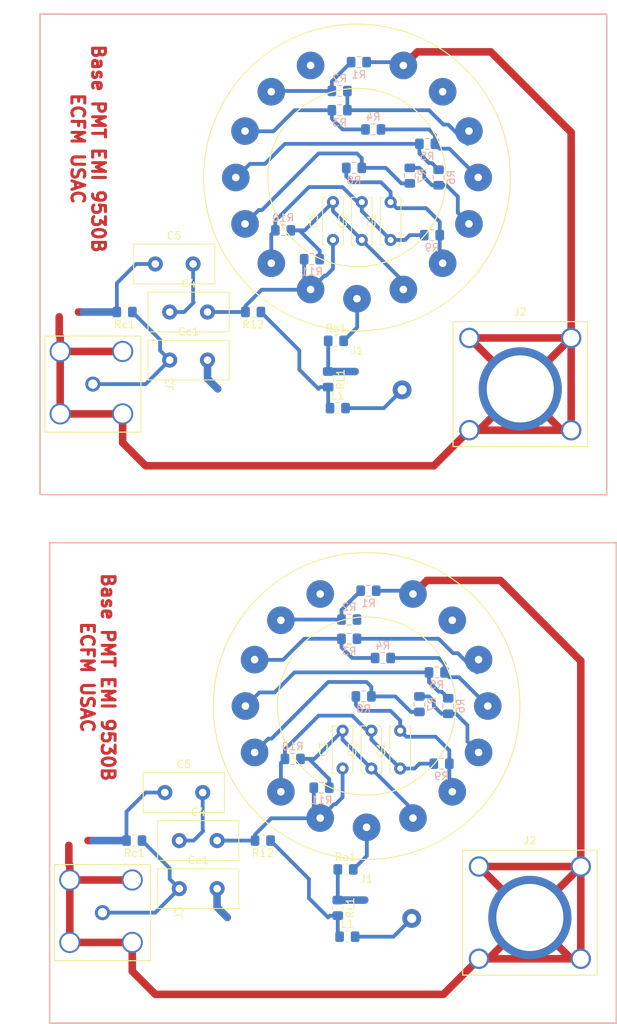
<source format=kicad_pcb>
(kicad_pcb (version 20171130) (host pcbnew "(5.0.1)-3")

  (general
    (thickness 1.6)
    (drawings 12)
    (tracks 307)
    (zones 0)
    (modules 50)
    (nets 21)
  )

  (page A4)
  (layers
    (0 F.Cu signal)
    (31 B.Cu signal)
    (32 B.Adhes user)
    (33 F.Adhes user)
    (34 B.Paste user)
    (35 F.Paste user)
    (36 B.SilkS user)
    (37 F.SilkS user)
    (38 B.Mask user)
    (39 F.Mask user)
    (40 Dwgs.User user)
    (41 Cmts.User user)
    (42 Eco1.User user)
    (43 Eco2.User user)
    (44 Edge.Cuts user)
    (45 Margin user)
    (46 B.CrtYd user)
    (47 F.CrtYd user)
    (48 B.Fab user)
    (49 F.Fab user)
  )

  (setup
    (last_trace_width 0.5)
    (user_trace_width 0.25)
    (user_trace_width 0.5)
    (user_trace_width 1)
    (trace_clearance 0.2)
    (zone_clearance 0.508)
    (zone_45_only no)
    (trace_min 0.2)
    (segment_width 0.2)
    (edge_width 0.1)
    (via_size 0.8)
    (via_drill 0.4)
    (via_min_size 0.4)
    (via_min_drill 0.3)
    (uvia_size 0.3)
    (uvia_drill 0.1)
    (uvias_allowed no)
    (uvia_min_size 0.2)
    (uvia_min_drill 0.1)
    (pcb_text_width 0.3)
    (pcb_text_size 1.5 1.5)
    (mod_edge_width 0.15)
    (mod_text_size 1 1)
    (mod_text_width 0.15)
    (pad_size 1.15 1.4)
    (pad_drill 0)
    (pad_to_mask_clearance 0)
    (solder_mask_min_width 0.25)
    (aux_axis_origin 0 0)
    (visible_elements 7FFFFFFF)
    (pcbplotparams
      (layerselection 0x010fc_ffffffff)
      (usegerberextensions false)
      (usegerberattributes false)
      (usegerberadvancedattributes false)
      (creategerberjobfile false)
      (excludeedgelayer true)
      (linewidth 0.100000)
      (plotframeref false)
      (viasonmask false)
      (mode 1)
      (useauxorigin false)
      (hpglpennumber 1)
      (hpglpenspeed 20)
      (hpglpendiameter 15.000000)
      (psnegative false)
      (psa4output false)
      (plotreference true)
      (plotvalue true)
      (plotinvisibletext false)
      (padsonsilk false)
      (subtractmaskfromsilk false)
      (outputformat 1)
      (mirror false)
      (drillshape 1)
      (scaleselection 1)
      (outputdirectory ""))
  )

  (net 0 "")
  (net 1 "Net-(C1-Pad1)")
  (net 2 "Net-(C1-Pad2)")
  (net 3 "Net-(C2-Pad1)")
  (net 4 "Net-(C3-Pad1)")
  (net 5 GND)
  (net 6 "Net-(Cc1-Pad1)")
  (net 7 "Net-(Cc1-Pad2)")
  (net 8 "Net-(J1-Pad1)")
  (net 9 "Net-(J1-Pad2)")
  (net 10 "Net-(J1-Pad3)")
  (net 11 "Net-(J1-Pad4)")
  (net 12 "Net-(J1-Pad5)")
  (net 13 "Net-(J1-Pad8)")
  (net 14 "Net-(J1-Pad11)")
  (net 15 "Net-(J1-Pad12)")
  (net 16 "Net-(J1-Pad13)")
  (net 17 "Net-(J1-Pad14)")
  (net 18 "Net-(J2-Pad1)")
  (net 19 "Net-(L1-Pad1)")
  (net 20 "Net-(C4-Pad1)")

  (net_class Default "This is the default net class."
    (clearance 0.2)
    (trace_width 0.25)
    (via_dia 0.8)
    (via_drill 0.4)
    (uvia_dia 0.3)
    (uvia_drill 0.1)
    (add_net GND)
    (add_net "Net-(C1-Pad1)")
    (add_net "Net-(C1-Pad2)")
    (add_net "Net-(C2-Pad1)")
    (add_net "Net-(C3-Pad1)")
    (add_net "Net-(C4-Pad1)")
    (add_net "Net-(Cc1-Pad1)")
    (add_net "Net-(Cc1-Pad2)")
    (add_net "Net-(J1-Pad1)")
    (add_net "Net-(J1-Pad11)")
    (add_net "Net-(J1-Pad12)")
    (add_net "Net-(J1-Pad13)")
    (add_net "Net-(J1-Pad14)")
    (add_net "Net-(J1-Pad2)")
    (add_net "Net-(J1-Pad3)")
    (add_net "Net-(J1-Pad4)")
    (add_net "Net-(J1-Pad5)")
    (add_net "Net-(J1-Pad8)")
    (add_net "Net-(J2-Pad1)")
    (add_net "Net-(L1-Pad1)")
  )

  (module 9530B:SMA_9530B (layer F.Cu) (tedit 5D83D326) (tstamp 5D903DA3)
    (at 47.625 71.755 90)
    (path /5D731CCA)
    (fp_text reference J3 (at 0 10.16 90) (layer F.SilkS)
      (effects (font (size 1 1) (thickness 0.15)))
    )
    (fp_text value Amp (at 0 -11.43 90) (layer F.Fab)
      (effects (font (size 1 1) (thickness 0.15)))
    )
    (fp_line (start -6.35 6.35) (end -6.35 -6.35) (layer F.SilkS) (width 0.15))
    (fp_line (start 6.35 6.35) (end -6.35 6.35) (layer F.SilkS) (width 0.15))
    (fp_line (start 6.35 -6.35) (end 6.35 6.35) (layer F.SilkS) (width 0.15))
    (fp_line (start -6.35 -6.35) (end 6.35 -6.35) (layer F.SilkS) (width 0.15))
    (pad 2 thru_hole circle (at 4.318 3.937 90) (size 2.8 2.8) (drill 2.3) (layers *.Cu *.Mask)
      (net 5 GND))
    (pad 2 thru_hole circle (at -3.937 3.937 90) (size 2.8 2.8) (drill 2.3) (layers *.Cu *.Mask)
      (net 5 GND))
    (pad 2 thru_hole circle (at -3.937 -4.318 90) (size 2.8 2.8) (drill 2.3) (layers *.Cu *.Mask)
      (net 5 GND))
    (pad 2 thru_hole circle (at 4.318 -4.318 90) (size 2.8 2.8) (drill 2.3) (layers *.Cu *.Mask)
      (net 5 GND))
    (pad 1 thru_hole circle (at 0 0 90) (size 2 2) (drill 1.23) (layers *.Cu *.Mask)
      (net 6 "Net-(Cc1-Pad1)"))
  )

  (module Resistor_SMD:R_0805_2012Metric_Pad1.15x1.40mm_HandSolder (layer F.Cu) (tedit 5DA606D5) (tstamp 5D903EA2)
    (at 51.825 62.23 180)
    (descr "Resistor SMD 0805 (2012 Metric), square (rectangular) end terminal, IPC_7351 nominal with elongated pad for handsoldering. (Body size source: https://docs.google.com/spreadsheets/d/1BsfQQcO9C6DZCsRaXUlFlo91Tg2WpOkGARC1WS5S8t0/edit?usp=sharing), generated with kicad-footprint-generator")
    (tags "resistor handsolder")
    (path /5D76A4B1)
    (attr smd)
    (fp_text reference Rc1 (at 0 -1.65 180) (layer F.SilkS)
      (effects (font (size 1 1) (thickness 0.15)))
    )
    (fp_text value "50 ohm" (at 0 1.65 180) (layer F.Fab)
      (effects (font (size 1 1) (thickness 0.15)))
    )
    (fp_text user %R (at 0 0 180) (layer F.Fab)
      (effects (font (size 0.5 0.5) (thickness 0.08)))
    )
    (fp_line (start 1.85 0.95) (end -1.85 0.95) (layer F.CrtYd) (width 0.05))
    (fp_line (start 1.85 -0.95) (end 1.85 0.95) (layer F.CrtYd) (width 0.05))
    (fp_line (start -1.85 -0.95) (end 1.85 -0.95) (layer F.CrtYd) (width 0.05))
    (fp_line (start -1.85 0.95) (end -1.85 -0.95) (layer F.CrtYd) (width 0.05))
    (fp_line (start -0.261252 0.71) (end 0.261252 0.71) (layer F.SilkS) (width 0.12))
    (fp_line (start -0.261252 -0.71) (end 0.261252 -0.71) (layer F.SilkS) (width 0.12))
    (fp_line (start 1 0.6) (end -1 0.6) (layer F.Fab) (width 0.1))
    (fp_line (start 1 -0.6) (end 1 0.6) (layer F.Fab) (width 0.1))
    (fp_line (start -1 -0.6) (end 1 -0.6) (layer F.Fab) (width 0.1))
    (fp_line (start -1 0.6) (end -1 -0.6) (layer F.Fab) (width 0.1))
    (pad 2 smd roundrect (at 1.025 0 180) (size 1.15 1.4) (layers B.Cu F.Paste F.Mask) (roundrect_rratio 0.217)
      (net 5 GND))
    (pad 1 smd roundrect (at -1.025 0 180) (size 1.15 1.4) (layers B.Cu F.Paste F.Mask) (roundrect_rratio 0.217)
      (net 6 "Net-(Cc1-Pad1)"))
    (model ${KISYS3DMOD}/Resistor_SMD.3dshapes/R_0805_2012Metric.wrl
      (at (xyz 0 0 0))
      (scale (xyz 1 1 1))
      (rotate (xyz 0 0 0))
    )
  )

  (module Resistor_SMD:R_0805_2012Metric_Pad1.15x1.40mm_HandSolder (layer B.Cu) (tedit 5B36C52B) (tstamp 5DA6278B)
    (at 81.525 102.87 180)
    (descr "Resistor SMD 0805 (2012 Metric), square (rectangular) end terminal, IPC_7351 nominal with elongated pad for handsoldering. (Body size source: https://docs.google.com/spreadsheets/d/1BsfQQcO9C6DZCsRaXUlFlo91Tg2WpOkGARC1WS5S8t0/edit?usp=sharing), generated with kicad-footprint-generator")
    (tags "resistor handsolder")
    (path /5D713868)
    (attr smd)
    (fp_text reference R2 (at 0 1.65 180) (layer B.SilkS)
      (effects (font (size 1 1) (thickness 0.15)) (justify mirror))
    )
    (fp_text value "100K ohm" (at 0 -1.65 180) (layer B.Fab)
      (effects (font (size 1 1) (thickness 0.15)) (justify mirror))
    )
    (fp_line (start -1 -0.6) (end -1 0.6) (layer B.Fab) (width 0.1))
    (fp_line (start -1 0.6) (end 1 0.6) (layer B.Fab) (width 0.1))
    (fp_line (start 1 0.6) (end 1 -0.6) (layer B.Fab) (width 0.1))
    (fp_line (start 1 -0.6) (end -1 -0.6) (layer B.Fab) (width 0.1))
    (fp_line (start -0.261252 0.71) (end 0.261252 0.71) (layer B.SilkS) (width 0.12))
    (fp_line (start -0.261252 -0.71) (end 0.261252 -0.71) (layer B.SilkS) (width 0.12))
    (fp_line (start -1.85 -0.95) (end -1.85 0.95) (layer B.CrtYd) (width 0.05))
    (fp_line (start -1.85 0.95) (end 1.85 0.95) (layer B.CrtYd) (width 0.05))
    (fp_line (start 1.85 0.95) (end 1.85 -0.95) (layer B.CrtYd) (width 0.05))
    (fp_line (start 1.85 -0.95) (end -1.85 -0.95) (layer B.CrtYd) (width 0.05))
    (fp_text user %R (at 0 0 180) (layer B.Fab)
      (effects (font (size 0.5 0.5) (thickness 0.08)) (justify mirror))
    )
    (pad 1 smd roundrect (at -1.025 0 180) (size 1.15 1.4) (layers B.Cu B.Paste B.Mask) (roundrect_rratio 0.217391))
    (pad 2 smd roundrect (at 1.025 0 180) (size 1.15 1.4) (layers B.Cu B.Paste B.Mask) (roundrect_rratio 0.217391))
    (model ${KISYS3DMOD}/Resistor_SMD.3dshapes/R_0805_2012Metric.wrl
      (at (xyz 0 0 0))
      (scale (xyz 1 1 1))
      (rotate (xyz 0 0 0))
    )
  )

  (module Inductor_SMD:L_0805_2012Metric_Pad1.15x1.40mm_HandSolder (layer F.Cu) (tedit 5DA605BF) (tstamp 5DA6277B)
    (at 81.28 144.78)
    (descr "Capacitor SMD 0805 (2012 Metric), square (rectangular) end terminal, IPC_7351 nominal with elongated pad for handsoldering. (Body size source: https://docs.google.com/spreadsheets/d/1BsfQQcO9C6DZCsRaXUlFlo91Tg2WpOkGARC1WS5S8t0/edit?usp=sharing), generated with kicad-footprint-generator")
    (tags "inductor handsolder")
    (path /5D7B1C34)
    (attr smd)
    (fp_text reference L1 (at 0 -1.65) (layer F.SilkS)
      (effects (font (size 1 1) (thickness 0.15)))
    )
    (fp_text value L (at 0 1.65) (layer F.Fab)
      (effects (font (size 1 1) (thickness 0.15)))
    )
    (fp_text user %R (at 0 0) (layer F.Fab)
      (effects (font (size 0.5 0.5) (thickness 0.08)))
    )
    (fp_line (start 1.85 0.95) (end -1.85 0.95) (layer F.CrtYd) (width 0.05))
    (fp_line (start 1.85 -0.95) (end 1.85 0.95) (layer F.CrtYd) (width 0.05))
    (fp_line (start -1.85 -0.95) (end 1.85 -0.95) (layer F.CrtYd) (width 0.05))
    (fp_line (start -1.85 0.95) (end -1.85 -0.95) (layer F.CrtYd) (width 0.05))
    (fp_line (start -0.261252 0.71) (end 0.261252 0.71) (layer F.SilkS) (width 0.12))
    (fp_line (start -0.261252 -0.71) (end 0.261252 -0.71) (layer F.SilkS) (width 0.12))
    (fp_line (start 1 0.6) (end -1 0.6) (layer F.Fab) (width 0.1))
    (fp_line (start 1 -0.6) (end 1 0.6) (layer F.Fab) (width 0.1))
    (fp_line (start -1 -0.6) (end 1 -0.6) (layer F.Fab) (width 0.1))
    (fp_line (start -1 0.6) (end -1 -0.6) (layer F.Fab) (width 0.1))
    (pad 2 smd roundrect (at 1.025 0) (size 1.15 1.4) (layers B.Cu F.Paste F.Mask) (roundrect_rratio 0.217))
    (pad 1 smd roundrect (at -1.025 0) (size 1.15 1.4) (layers B.Cu F.Paste F.Mask) (roundrect_rratio 0.217))
    (model ${KISYS3DMOD}/Inductor_SMD.3dshapes/L_0805_2012Metric.wrl
      (at (xyz 0 0 0))
      (scale (xyz 1 1 1))
      (rotate (xyz 0 0 0))
    )
  )

  (module Capacitor_THT:C_Disc_D6.0mm_W2.5mm_P5.00mm (layer F.Cu) (tedit 5AE50EF0) (tstamp 5DA627CB)
    (at 80.645 122.555 90)
    (descr "C, Disc series, Radial, pin pitch=5.00mm, , diameter*width=6*2.5mm^2, Capacitor, http://cdn-reichelt.de/documents/datenblatt/B300/DS_KERKO_TC.pdf")
    (tags "C Disc series Radial pin pitch 5.00mm  diameter 6mm width 2.5mm Capacitor")
    (path /5D713FB2)
    (fp_text reference C3 (at 2.5 -2.5 90) (layer F.SilkS)
      (effects (font (size 1 1) (thickness 0.15)))
    )
    (fp_text value 0.01uF (at 2.5 2.5 90) (layer F.Fab)
      (effects (font (size 1 1) (thickness 0.15)))
    )
    (fp_line (start -0.5 -1.25) (end -0.5 1.25) (layer F.Fab) (width 0.1))
    (fp_line (start -0.5 1.25) (end 5.5 1.25) (layer F.Fab) (width 0.1))
    (fp_line (start 5.5 1.25) (end 5.5 -1.25) (layer F.Fab) (width 0.1))
    (fp_line (start 5.5 -1.25) (end -0.5 -1.25) (layer F.Fab) (width 0.1))
    (fp_line (start -0.62 -1.37) (end 5.62 -1.37) (layer F.SilkS) (width 0.12))
    (fp_line (start -0.62 1.37) (end 5.62 1.37) (layer F.SilkS) (width 0.12))
    (fp_line (start -0.62 -1.37) (end -0.62 -0.925) (layer F.SilkS) (width 0.12))
    (fp_line (start -0.62 0.925) (end -0.62 1.37) (layer F.SilkS) (width 0.12))
    (fp_line (start 5.62 -1.37) (end 5.62 -0.925) (layer F.SilkS) (width 0.12))
    (fp_line (start 5.62 0.925) (end 5.62 1.37) (layer F.SilkS) (width 0.12))
    (fp_line (start -1.05 -1.5) (end -1.05 1.5) (layer F.CrtYd) (width 0.05))
    (fp_line (start -1.05 1.5) (end 6.05 1.5) (layer F.CrtYd) (width 0.05))
    (fp_line (start 6.05 1.5) (end 6.05 -1.5) (layer F.CrtYd) (width 0.05))
    (fp_line (start 6.05 -1.5) (end -1.05 -1.5) (layer F.CrtYd) (width 0.05))
    (fp_text user %R (at 2.5 0 90) (layer F.Fab)
      (effects (font (size 1 1) (thickness 0.15)))
    )
    (pad 1 thru_hole circle (at 0 0 90) (size 1.6 1.6) (drill 0.8) (layers *.Cu *.Mask))
    (pad 2 thru_hole circle (at 5 0 90) (size 1.6 1.6) (drill 0.8) (layers *.Cu *.Mask))
    (model ${KISYS3DMOD}/Capacitor_THT.3dshapes/C_Disc_D6.0mm_W2.5mm_P5.00mm.wrl
      (at (xyz 0 0 0))
      (scale (xyz 1 1 1))
      (rotate (xyz 0 0 0))
    )
  )

  (module Resistor_SMD:R_0805_2012Metric_Pad1.15x1.40mm_HandSolder (layer B.Cu) (tedit 5B36C52B) (tstamp 5DA6279B)
    (at 85.97 107.95 180)
    (descr "Resistor SMD 0805 (2012 Metric), square (rectangular) end terminal, IPC_7351 nominal with elongated pad for handsoldering. (Body size source: https://docs.google.com/spreadsheets/d/1BsfQQcO9C6DZCsRaXUlFlo91Tg2WpOkGARC1WS5S8t0/edit?usp=sharing), generated with kicad-footprint-generator")
    (tags "resistor handsolder")
    (path /5D713D92)
    (attr smd)
    (fp_text reference R4 (at 0 1.65 180) (layer B.SilkS)
      (effects (font (size 1 1) (thickness 0.15)) (justify mirror))
    )
    (fp_text value "100K ohm" (at 0 -1.65 180) (layer B.Fab)
      (effects (font (size 1 1) (thickness 0.15)) (justify mirror))
    )
    (fp_line (start -1 -0.6) (end -1 0.6) (layer B.Fab) (width 0.1))
    (fp_line (start -1 0.6) (end 1 0.6) (layer B.Fab) (width 0.1))
    (fp_line (start 1 0.6) (end 1 -0.6) (layer B.Fab) (width 0.1))
    (fp_line (start 1 -0.6) (end -1 -0.6) (layer B.Fab) (width 0.1))
    (fp_line (start -0.261252 0.71) (end 0.261252 0.71) (layer B.SilkS) (width 0.12))
    (fp_line (start -0.261252 -0.71) (end 0.261252 -0.71) (layer B.SilkS) (width 0.12))
    (fp_line (start -1.85 -0.95) (end -1.85 0.95) (layer B.CrtYd) (width 0.05))
    (fp_line (start -1.85 0.95) (end 1.85 0.95) (layer B.CrtYd) (width 0.05))
    (fp_line (start 1.85 0.95) (end 1.85 -0.95) (layer B.CrtYd) (width 0.05))
    (fp_line (start 1.85 -0.95) (end -1.85 -0.95) (layer B.CrtYd) (width 0.05))
    (fp_text user %R (at 0 0 180) (layer B.Fab)
      (effects (font (size 0.5 0.5) (thickness 0.08)) (justify mirror))
    )
    (pad 1 smd roundrect (at -1.025 0 180) (size 1.15 1.4) (layers B.Cu B.Paste B.Mask) (roundrect_rratio 0.217391))
    (pad 2 smd roundrect (at 1.025 0 180) (size 1.15 1.4) (layers B.Cu B.Paste B.Mask) (roundrect_rratio 0.217391))
    (model ${KISYS3DMOD}/Resistor_SMD.3dshapes/R_0805_2012Metric.wrl
      (at (xyz 0 0 0))
      (scale (xyz 1 1 1))
      (rotate (xyz 0 0 0))
    )
  )

  (module 9530B:SMA_9530B (layer F.Cu) (tedit 5D83D326) (tstamp 5DA62807)
    (at 48.895 141.605 90)
    (path /5D731CCA)
    (fp_text reference J3 (at 0 10.16 90) (layer F.SilkS)
      (effects (font (size 1 1) (thickness 0.15)))
    )
    (fp_text value Amp (at 0 -11.43 90) (layer F.Fab)
      (effects (font (size 1 1) (thickness 0.15)))
    )
    (fp_line (start -6.35 -6.35) (end 6.35 -6.35) (layer F.SilkS) (width 0.15))
    (fp_line (start 6.35 -6.35) (end 6.35 6.35) (layer F.SilkS) (width 0.15))
    (fp_line (start 6.35 6.35) (end -6.35 6.35) (layer F.SilkS) (width 0.15))
    (fp_line (start -6.35 6.35) (end -6.35 -6.35) (layer F.SilkS) (width 0.15))
    (pad 1 thru_hole circle (at 0 0 90) (size 2 2) (drill 1.23) (layers *.Cu *.Mask))
    (pad 2 thru_hole circle (at 4.318 -4.318 90) (size 2.8 2.8) (drill 2.3) (layers *.Cu *.Mask))
    (pad 2 thru_hole circle (at -3.937 -4.318 90) (size 2.8 2.8) (drill 2.3) (layers *.Cu *.Mask))
    (pad 2 thru_hole circle (at -3.937 3.937 90) (size 2.8 2.8) (drill 2.3) (layers *.Cu *.Mask))
    (pad 2 thru_hole circle (at 4.318 3.937 90) (size 2.8 2.8) (drill 2.3) (layers *.Cu *.Mask))
  )

  (module Capacitor_THT:C_Disc_D6.0mm_W2.5mm_P5.00mm (layer F.Cu) (tedit 5AE50EF0) (tstamp 5DA627F3)
    (at 88.265 122.555 90)
    (descr "C, Disc series, Radial, pin pitch=5.00mm, , diameter*width=6*2.5mm^2, Capacitor, http://cdn-reichelt.de/documents/datenblatt/B300/DS_KERKO_TC.pdf")
    (tags "C Disc series Radial pin pitch 5.00mm  diameter 6mm width 2.5mm Capacitor")
    (path /5D7140D7)
    (fp_text reference C1 (at 2.5 -2.5 90) (layer F.SilkS)
      (effects (font (size 1 1) (thickness 0.15)))
    )
    (fp_text value 0.001uF (at 2.5 2.5 90) (layer F.Fab)
      (effects (font (size 1 1) (thickness 0.15)))
    )
    (fp_line (start -0.5 -1.25) (end -0.5 1.25) (layer F.Fab) (width 0.1))
    (fp_line (start -0.5 1.25) (end 5.5 1.25) (layer F.Fab) (width 0.1))
    (fp_line (start 5.5 1.25) (end 5.5 -1.25) (layer F.Fab) (width 0.1))
    (fp_line (start 5.5 -1.25) (end -0.5 -1.25) (layer F.Fab) (width 0.1))
    (fp_line (start -0.62 -1.37) (end 5.62 -1.37) (layer F.SilkS) (width 0.12))
    (fp_line (start -0.62 1.37) (end 5.62 1.37) (layer F.SilkS) (width 0.12))
    (fp_line (start -0.62 -1.37) (end -0.62 -0.925) (layer F.SilkS) (width 0.12))
    (fp_line (start -0.62 0.925) (end -0.62 1.37) (layer F.SilkS) (width 0.12))
    (fp_line (start 5.62 -1.37) (end 5.62 -0.925) (layer F.SilkS) (width 0.12))
    (fp_line (start 5.62 0.925) (end 5.62 1.37) (layer F.SilkS) (width 0.12))
    (fp_line (start -1.05 -1.5) (end -1.05 1.5) (layer F.CrtYd) (width 0.05))
    (fp_line (start -1.05 1.5) (end 6.05 1.5) (layer F.CrtYd) (width 0.05))
    (fp_line (start 6.05 1.5) (end 6.05 -1.5) (layer F.CrtYd) (width 0.05))
    (fp_line (start 6.05 -1.5) (end -1.05 -1.5) (layer F.CrtYd) (width 0.05))
    (fp_text user %R (at 2.5 0 90) (layer F.Fab)
      (effects (font (size 1 1) (thickness 0.15)))
    )
    (pad 1 thru_hole circle (at 0 0 90) (size 1.6 1.6) (drill 0.8) (layers *.Cu *.Mask))
    (pad 2 thru_hole circle (at 5 0 90) (size 1.6 1.6) (drill 0.8) (layers *.Cu *.Mask))
    (model ${KISYS3DMOD}/Capacitor_THT.3dshapes/C_Disc_D6.0mm_W2.5mm_P5.00mm.wrl
      (at (xyz 0 0 0))
      (scale (xyz 1 1 1))
      (rotate (xyz 0 0 0))
    )
  )

  (module 9530B:Socket_9530B (layer F.Cu) (tedit 5D72A6CF) (tstamp 5DA627DF)
    (at 83.82 114.3)
    (path /5D737982)
    (fp_text reference J1 (at 0 22.86) (layer F.SilkS)
      (effects (font (size 1 1) (thickness 0.15)))
    )
    (fp_text value Socket (at 0 -22.606) (layer F.Fab)
      (effects (font (size 1 1) (thickness 0.15)))
    )
    (fp_circle (center 0 0) (end 11.775 0) (layer F.SilkS) (width 0.15))
    (fp_circle (center 0 0) (end 20.275 0) (layer F.SilkS) (width 0.15))
    (pad 15 thru_hole circle (at 6.132502 -14.80517 337.5) (size 3.65 3.65) (drill 1) (layers *.Cu *.Mask))
    (pad 14 thru_hole circle (at 11.331386 -11.331386 315) (size 3.65 3.65) (drill 1) (layers *.Cu *.Mask))
    (pad 13 thru_hole circle (at 14.80517 -6.132502 292.5) (size 3.65 3.65) (drill 1) (layers *.Cu *.Mask))
    (pad 12 thru_hole circle (at 16.025 0 270) (size 3.65 3.65) (drill 1) (layers *.Cu *.Mask))
    (pad 11 thru_hole circle (at 14.80517 6.132502 247.5) (size 3.65 3.65) (drill 1) (layers *.Cu *.Mask))
    (pad 10 thru_hole circle (at 11.331386 11.331386 225) (size 3.65 3.65) (drill 1) (layers *.Cu *.Mask))
    (pad 9 thru_hole circle (at 6.132502 14.80517 202.5) (size 3.65 3.65) (drill 1) (layers *.Cu *.Mask))
    (pad 8 thru_hole circle (at 0 16.025 180) (size 3.65 3.65) (drill 1) (layers *.Cu *.Mask))
    (pad 7 thru_hole circle (at -6.132502 14.80517 157.5) (size 3.65 3.65) (drill 1) (layers *.Cu *.Mask))
    (pad 6 thru_hole circle (at -11.331386 11.331386 135) (size 3.65 3.65) (drill 1) (layers *.Cu *.Mask))
    (pad 5 thru_hole circle (at -14.80517 6.132502 112.5) (size 3.65 3.65) (drill 1) (layers *.Cu *.Mask))
    (pad 4 thru_hole circle (at -16.025 0 90) (size 3.65 3.65) (drill 1) (layers *.Cu *.Mask))
    (pad 3 thru_hole circle (at -14.80517 -6.132502 67.5) (size 3.65 3.65) (drill 1) (layers *.Cu *.Mask))
    (pad 2 thru_hole circle (at -11.331386 -11.331386 45) (size 3.65 3.65) (drill 1) (layers *.Cu *.Mask))
    (pad 1 thru_hole circle (at -6.132502 -14.80517 22.5) (size 3.65 3.65) (drill 1) (layers *.Cu *.Mask))
  )

  (module Resistor_SMD:R_0805_2012Metric_Pad1.15x1.40mm_HandSolder (layer B.Cu) (tedit 5B36C52B) (tstamp 5DA627AB)
    (at 93.1 109.855)
    (descr "Resistor SMD 0805 (2012 Metric), square (rectangular) end terminal, IPC_7351 nominal with elongated pad for handsoldering. (Body size source: https://docs.google.com/spreadsheets/d/1BsfQQcO9C6DZCsRaXUlFlo91Tg2WpOkGARC1WS5S8t0/edit?usp=sharing), generated with kicad-footprint-generator")
    (tags "resistor handsolder")
    (path /5D713E0A)
    (attr smd)
    (fp_text reference R5 (at 0 1.65) (layer B.SilkS)
      (effects (font (size 1 1) (thickness 0.15)) (justify mirror))
    )
    (fp_text value "100K ohm" (at 0 -1.65) (layer B.Fab)
      (effects (font (size 1 1) (thickness 0.15)) (justify mirror))
    )
    (fp_text user %R (at 0 0) (layer B.Fab)
      (effects (font (size 0.5 0.5) (thickness 0.08)) (justify mirror))
    )
    (fp_line (start 1.85 -0.95) (end -1.85 -0.95) (layer B.CrtYd) (width 0.05))
    (fp_line (start 1.85 0.95) (end 1.85 -0.95) (layer B.CrtYd) (width 0.05))
    (fp_line (start -1.85 0.95) (end 1.85 0.95) (layer B.CrtYd) (width 0.05))
    (fp_line (start -1.85 -0.95) (end -1.85 0.95) (layer B.CrtYd) (width 0.05))
    (fp_line (start -0.261252 -0.71) (end 0.261252 -0.71) (layer B.SilkS) (width 0.12))
    (fp_line (start -0.261252 0.71) (end 0.261252 0.71) (layer B.SilkS) (width 0.12))
    (fp_line (start 1 -0.6) (end -1 -0.6) (layer B.Fab) (width 0.1))
    (fp_line (start 1 0.6) (end 1 -0.6) (layer B.Fab) (width 0.1))
    (fp_line (start -1 0.6) (end 1 0.6) (layer B.Fab) (width 0.1))
    (fp_line (start -1 -0.6) (end -1 0.6) (layer B.Fab) (width 0.1))
    (pad 2 smd roundrect (at 1.025 0) (size 1.15 1.4) (layers B.Cu B.Paste B.Mask) (roundrect_rratio 0.217391))
    (pad 1 smd roundrect (at -1.025 0) (size 1.15 1.4) (layers B.Cu B.Paste B.Mask) (roundrect_rratio 0.217391))
    (model ${KISYS3DMOD}/Resistor_SMD.3dshapes/R_0805_2012Metric.wrl
      (at (xyz 0 0 0))
      (scale (xyz 1 1 1))
      (rotate (xyz 0 0 0))
    )
  )

  (module Resistor_SMD:R_0805_2012Metric_Pad1.15x1.40mm_HandSolder (layer B.Cu) (tedit 5B36C52B) (tstamp 5DA6275B)
    (at 84.065 99.06)
    (descr "Resistor SMD 0805 (2012 Metric), square (rectangular) end terminal, IPC_7351 nominal with elongated pad for handsoldering. (Body size source: https://docs.google.com/spreadsheets/d/1BsfQQcO9C6DZCsRaXUlFlo91Tg2WpOkGARC1WS5S8t0/edit?usp=sharing), generated with kicad-footprint-generator")
    (tags "resistor handsolder")
    (path /5D73E29A)
    (attr smd)
    (fp_text reference R1 (at 0 1.65) (layer B.SilkS)
      (effects (font (size 1 1) (thickness 0.15)) (justify mirror))
    )
    (fp_text value Rk (at 0 -1.65) (layer B.Fab)
      (effects (font (size 1 1) (thickness 0.15)) (justify mirror))
    )
    (fp_text user %R (at 0 0) (layer B.Fab)
      (effects (font (size 0.5 0.5) (thickness 0.08)) (justify mirror))
    )
    (fp_line (start 1.85 -0.95) (end -1.85 -0.95) (layer B.CrtYd) (width 0.05))
    (fp_line (start 1.85 0.95) (end 1.85 -0.95) (layer B.CrtYd) (width 0.05))
    (fp_line (start -1.85 0.95) (end 1.85 0.95) (layer B.CrtYd) (width 0.05))
    (fp_line (start -1.85 -0.95) (end -1.85 0.95) (layer B.CrtYd) (width 0.05))
    (fp_line (start -0.261252 -0.71) (end 0.261252 -0.71) (layer B.SilkS) (width 0.12))
    (fp_line (start -0.261252 0.71) (end 0.261252 0.71) (layer B.SilkS) (width 0.12))
    (fp_line (start 1 -0.6) (end -1 -0.6) (layer B.Fab) (width 0.1))
    (fp_line (start 1 0.6) (end 1 -0.6) (layer B.Fab) (width 0.1))
    (fp_line (start -1 0.6) (end 1 0.6) (layer B.Fab) (width 0.1))
    (fp_line (start -1 -0.6) (end -1 0.6) (layer B.Fab) (width 0.1))
    (pad 2 smd roundrect (at 1.025 0) (size 1.15 1.4) (layers B.Cu B.Paste B.Mask) (roundrect_rratio 0.217391))
    (pad 1 smd roundrect (at -1.025 0) (size 1.15 1.4) (layers B.Cu B.Paste B.Mask) (roundrect_rratio 0.217391))
    (model ${KISYS3DMOD}/Resistor_SMD.3dshapes/R_0805_2012Metric.wrl
      (at (xyz 0 0 0))
      (scale (xyz 1 1 1))
      (rotate (xyz 0 0 0))
    )
  )

  (module Capacitor_THT:C_Disc_D10.5mm_W5.0mm_P5.00mm (layer F.Cu) (tedit 5AE50EF0) (tstamp 5DA62813)
    (at 59.055 132.08)
    (descr "C, Disc series, Radial, pin pitch=5.00mm, , diameter*width=10.5*5.0mm^2, Capacitor, http://www.vishay.com/docs/28535/vy2series.pdf")
    (tags "C Disc series Radial pin pitch 5.00mm  diameter 10.5mm width 5.0mm Capacitor")
    (path /5D714117)
    (fp_text reference C4 (at 2.5 -3.75) (layer F.SilkS)
      (effects (font (size 1 1) (thickness 0.15)))
    )
    (fp_text value 0.05uF (at 2.5 3.75) (layer F.Fab)
      (effects (font (size 1 1) (thickness 0.15)))
    )
    (fp_line (start -2.75 -2.5) (end -2.75 2.5) (layer F.Fab) (width 0.1))
    (fp_line (start -2.75 2.5) (end 7.75 2.5) (layer F.Fab) (width 0.1))
    (fp_line (start 7.75 2.5) (end 7.75 -2.5) (layer F.Fab) (width 0.1))
    (fp_line (start 7.75 -2.5) (end -2.75 -2.5) (layer F.Fab) (width 0.1))
    (fp_line (start -2.87 -2.62) (end 7.87 -2.62) (layer F.SilkS) (width 0.12))
    (fp_line (start -2.87 2.62) (end 7.87 2.62) (layer F.SilkS) (width 0.12))
    (fp_line (start -2.87 -2.62) (end -2.87 2.62) (layer F.SilkS) (width 0.12))
    (fp_line (start 7.87 -2.62) (end 7.87 2.62) (layer F.SilkS) (width 0.12))
    (fp_line (start -3 -2.75) (end -3 2.75) (layer F.CrtYd) (width 0.05))
    (fp_line (start -3 2.75) (end 8 2.75) (layer F.CrtYd) (width 0.05))
    (fp_line (start 8 2.75) (end 8 -2.75) (layer F.CrtYd) (width 0.05))
    (fp_line (start 8 -2.75) (end -3 -2.75) (layer F.CrtYd) (width 0.05))
    (fp_text user %R (at 2.5 0) (layer F.Fab)
      (effects (font (size 1 1) (thickness 0.15)))
    )
    (pad 1 thru_hole circle (at 0 0) (size 2 2) (drill 1) (layers *.Cu *.Mask))
    (pad 2 thru_hole circle (at 5 0) (size 2 2) (drill 1) (layers *.Cu *.Mask))
    (model ${KISYS3DMOD}/Capacitor_THT.3dshapes/C_Disc_D10.5mm_W5.0mm_P5.00mm.wrl
      (at (xyz 0 0 0))
      (scale (xyz 1 1 1))
      (rotate (xyz 0 0 0))
    )
  )

  (module Capacitor_THT:C_Disc_D6.0mm_W2.5mm_P5.00mm (layer F.Cu) (tedit 5AE50EF0) (tstamp 5DA6273A)
    (at 84.455 122.555 90)
    (descr "C, Disc series, Radial, pin pitch=5.00mm, , diameter*width=6*2.5mm^2, Capacitor, http://cdn-reichelt.de/documents/datenblatt/B300/DS_KERKO_TC.pdf")
    (tags "C Disc series Radial pin pitch 5.00mm  diameter 6mm width 2.5mm Capacitor")
    (path /5D714091)
    (fp_text reference C2 (at 2.5 -2.5 90) (layer F.SilkS)
      (effects (font (size 1 1) (thickness 0.15)))
    )
    (fp_text value 0.001uF (at 2.5 2.5 90) (layer F.Fab)
      (effects (font (size 1 1) (thickness 0.15)))
    )
    (fp_line (start -0.5 -1.25) (end -0.5 1.25) (layer F.Fab) (width 0.1))
    (fp_line (start -0.5 1.25) (end 5.5 1.25) (layer F.Fab) (width 0.1))
    (fp_line (start 5.5 1.25) (end 5.5 -1.25) (layer F.Fab) (width 0.1))
    (fp_line (start 5.5 -1.25) (end -0.5 -1.25) (layer F.Fab) (width 0.1))
    (fp_line (start -0.62 -1.37) (end 5.62 -1.37) (layer F.SilkS) (width 0.12))
    (fp_line (start -0.62 1.37) (end 5.62 1.37) (layer F.SilkS) (width 0.12))
    (fp_line (start -0.62 -1.37) (end -0.62 -0.925) (layer F.SilkS) (width 0.12))
    (fp_line (start -0.62 0.925) (end -0.62 1.37) (layer F.SilkS) (width 0.12))
    (fp_line (start 5.62 -1.37) (end 5.62 -0.925) (layer F.SilkS) (width 0.12))
    (fp_line (start 5.62 0.925) (end 5.62 1.37) (layer F.SilkS) (width 0.12))
    (fp_line (start -1.05 -1.5) (end -1.05 1.5) (layer F.CrtYd) (width 0.05))
    (fp_line (start -1.05 1.5) (end 6.05 1.5) (layer F.CrtYd) (width 0.05))
    (fp_line (start 6.05 1.5) (end 6.05 -1.5) (layer F.CrtYd) (width 0.05))
    (fp_line (start 6.05 -1.5) (end -1.05 -1.5) (layer F.CrtYd) (width 0.05))
    (fp_text user %R (at 2.5 0 90) (layer F.Fab)
      (effects (font (size 1 1) (thickness 0.15)))
    )
    (pad 1 thru_hole circle (at 0 0 90) (size 1.6 1.6) (drill 0.8) (layers *.Cu *.Mask))
    (pad 2 thru_hole circle (at 5 0 90) (size 1.6 1.6) (drill 0.8) (layers *.Cu *.Mask))
    (model ${KISYS3DMOD}/Capacitor_THT.3dshapes/C_Disc_D6.0mm_W2.5mm_P5.00mm.wrl
      (at (xyz 0 0 0))
      (scale (xyz 1 1 1))
      (rotate (xyz 0 0 0))
    )
  )

  (module Resistor_SMD:R_0805_2012Metric_Pad1.15x1.40mm_HandSolder (layer B.Cu) (tedit 5B36C52B) (tstamp 5DA6266B)
    (at 74.05 121.285 180)
    (descr "Resistor SMD 0805 (2012 Metric), square (rectangular) end terminal, IPC_7351 nominal with elongated pad for handsoldering. (Body size source: https://docs.google.com/spreadsheets/d/1BsfQQcO9C6DZCsRaXUlFlo91Tg2WpOkGARC1WS5S8t0/edit?usp=sharing), generated with kicad-footprint-generator")
    (tags "resistor handsolder")
    (path /5D713F1E)
    (attr smd)
    (fp_text reference R10 (at 0 1.65 180) (layer B.SilkS)
      (effects (font (size 1 1) (thickness 0.15)) (justify mirror))
    )
    (fp_text value "100K ohm" (at 0 -1.65 180) (layer B.Fab)
      (effects (font (size 1 1) (thickness 0.15)) (justify mirror))
    )
    (fp_line (start -1 -0.6) (end -1 0.6) (layer B.Fab) (width 0.1))
    (fp_line (start -1 0.6) (end 1 0.6) (layer B.Fab) (width 0.1))
    (fp_line (start 1 0.6) (end 1 -0.6) (layer B.Fab) (width 0.1))
    (fp_line (start 1 -0.6) (end -1 -0.6) (layer B.Fab) (width 0.1))
    (fp_line (start -0.261252 0.71) (end 0.261252 0.71) (layer B.SilkS) (width 0.12))
    (fp_line (start -0.261252 -0.71) (end 0.261252 -0.71) (layer B.SilkS) (width 0.12))
    (fp_line (start -1.85 -0.95) (end -1.85 0.95) (layer B.CrtYd) (width 0.05))
    (fp_line (start -1.85 0.95) (end 1.85 0.95) (layer B.CrtYd) (width 0.05))
    (fp_line (start 1.85 0.95) (end 1.85 -0.95) (layer B.CrtYd) (width 0.05))
    (fp_line (start 1.85 -0.95) (end -1.85 -0.95) (layer B.CrtYd) (width 0.05))
    (fp_text user %R (at 0 0 180) (layer B.Fab)
      (effects (font (size 0.5 0.5) (thickness 0.08)) (justify mirror))
    )
    (pad 1 smd roundrect (at -1.025 0 180) (size 1.15 1.4) (layers B.Cu B.Paste B.Mask) (roundrect_rratio 0.217391))
    (pad 2 smd roundrect (at 1.025 0 180) (size 1.15 1.4) (layers B.Cu B.Paste B.Mask) (roundrect_rratio 0.217391))
    (model ${KISYS3DMOD}/Resistor_SMD.3dshapes/R_0805_2012Metric.wrl
      (at (xyz 0 0 0))
      (scale (xyz 1 1 1))
      (rotate (xyz 0 0 0))
    )
  )

  (module Capacitor_THT:C_Disc_D10.5mm_W5.0mm_P5.00mm (layer F.Cu) (tedit 5AE50EF0) (tstamp 5DA62728)
    (at 59.055 138.43)
    (descr "C, Disc series, Radial, pin pitch=5.00mm, , diameter*width=10.5*5.0mm^2, Capacitor, http://www.vishay.com/docs/28535/vy2series.pdf")
    (tags "C Disc series Radial pin pitch 5.00mm  diameter 10.5mm width 5.0mm Capacitor")
    (path /5D731D49)
    (fp_text reference Cc1 (at 2.5 -3.75) (layer F.SilkS)
      (effects (font (size 1 1) (thickness 0.15)))
    )
    (fp_text value "4.7 nF" (at 2.5 3.75) (layer F.Fab)
      (effects (font (size 1 1) (thickness 0.15)))
    )
    (fp_text user %R (at 2.5 0) (layer F.Fab)
      (effects (font (size 1 1) (thickness 0.15)))
    )
    (fp_line (start 8 -2.75) (end -3 -2.75) (layer F.CrtYd) (width 0.05))
    (fp_line (start 8 2.75) (end 8 -2.75) (layer F.CrtYd) (width 0.05))
    (fp_line (start -3 2.75) (end 8 2.75) (layer F.CrtYd) (width 0.05))
    (fp_line (start -3 -2.75) (end -3 2.75) (layer F.CrtYd) (width 0.05))
    (fp_line (start 7.87 -2.62) (end 7.87 2.62) (layer F.SilkS) (width 0.12))
    (fp_line (start -2.87 -2.62) (end -2.87 2.62) (layer F.SilkS) (width 0.12))
    (fp_line (start -2.87 2.62) (end 7.87 2.62) (layer F.SilkS) (width 0.12))
    (fp_line (start -2.87 -2.62) (end 7.87 -2.62) (layer F.SilkS) (width 0.12))
    (fp_line (start 7.75 -2.5) (end -2.75 -2.5) (layer F.Fab) (width 0.1))
    (fp_line (start 7.75 2.5) (end 7.75 -2.5) (layer F.Fab) (width 0.1))
    (fp_line (start -2.75 2.5) (end 7.75 2.5) (layer F.Fab) (width 0.1))
    (fp_line (start -2.75 -2.5) (end -2.75 2.5) (layer F.Fab) (width 0.1))
    (pad 2 thru_hole circle (at 5 0) (size 2 2) (drill 1) (layers *.Cu *.Mask))
    (pad 1 thru_hole circle (at 0 0) (size 2 2) (drill 1) (layers *.Cu *.Mask))
    (model ${KISYS3DMOD}/Capacitor_THT.3dshapes/C_Disc_D10.5mm_W5.0mm_P5.00mm.wrl
      (at (xyz 0 0 0))
      (scale (xyz 1 1 1))
      (rotate (xyz 0 0 0))
    )
  )

  (module Resistor_SMD:R_0805_2012Metric_Pad1.15x1.40mm_HandSolder (layer F.Cu) (tedit 5DA605B4) (tstamp 5DA6267B)
    (at 80.01 140.97 270)
    (descr "Resistor SMD 0805 (2012 Metric), square (rectangular) end terminal, IPC_7351 nominal with elongated pad for handsoldering. (Body size source: https://docs.google.com/spreadsheets/d/1BsfQQcO9C6DZCsRaXUlFlo91Tg2WpOkGARC1WS5S8t0/edit?usp=sharing), generated with kicad-footprint-generator")
    (tags "resistor handsolder")
    (path /5D764190)
    (attr smd)
    (fp_text reference RL1 (at 0 -1.65 270) (layer F.SilkS)
      (effects (font (size 1 1) (thickness 0.15)))
    )
    (fp_text value "10K ohm" (at 0 1.65 270) (layer F.Fab)
      (effects (font (size 1 1) (thickness 0.15)))
    )
    (fp_text user %R (at 0 0 270) (layer F.Fab)
      (effects (font (size 0.5 0.5) (thickness 0.08)))
    )
    (fp_line (start 1.85 0.95) (end -1.85 0.95) (layer F.CrtYd) (width 0.05))
    (fp_line (start 1.85 -0.95) (end 1.85 0.95) (layer F.CrtYd) (width 0.05))
    (fp_line (start -1.85 -0.95) (end 1.85 -0.95) (layer F.CrtYd) (width 0.05))
    (fp_line (start -1.85 0.95) (end -1.85 -0.95) (layer F.CrtYd) (width 0.05))
    (fp_line (start -0.261252 0.71) (end 0.261252 0.71) (layer F.SilkS) (width 0.12))
    (fp_line (start -0.261252 -0.71) (end 0.261252 -0.71) (layer F.SilkS) (width 0.12))
    (fp_line (start 1 0.6) (end -1 0.6) (layer F.Fab) (width 0.1))
    (fp_line (start 1 -0.6) (end 1 0.6) (layer F.Fab) (width 0.1))
    (fp_line (start -1 -0.6) (end 1 -0.6) (layer F.Fab) (width 0.1))
    (fp_line (start -1 0.6) (end -1 -0.6) (layer F.Fab) (width 0.1))
    (pad 2 smd roundrect (at 1.025 0 270) (size 1.15 1.4) (layers B.Cu F.Paste F.Mask) (roundrect_rratio 0.217))
    (pad 1 smd roundrect (at -1.025 0 270) (size 1.15 1.4) (layers B.Cu F.Paste F.Mask) (roundrect_rratio 0.217))
    (model ${KISYS3DMOD}/Resistor_SMD.3dshapes/R_0805_2012Metric.wrl
      (at (xyz 0 0 0))
      (scale (xyz 1 1 1))
      (rotate (xyz 0 0 0))
    )
  )

  (module Resistor_SMD:R_0805_2012Metric_Pad1.15x1.40mm_HandSolder (layer B.Cu) (tedit 5B36C52B) (tstamp 5DA627BB)
    (at 94.615 114.3 90)
    (descr "Resistor SMD 0805 (2012 Metric), square (rectangular) end terminal, IPC_7351 nominal with elongated pad for handsoldering. (Body size source: https://docs.google.com/spreadsheets/d/1BsfQQcO9C6DZCsRaXUlFlo91Tg2WpOkGARC1WS5S8t0/edit?usp=sharing), generated with kicad-footprint-generator")
    (tags "resistor handsolder")
    (path /5D713E46)
    (attr smd)
    (fp_text reference R6 (at 0 1.65 90) (layer B.SilkS)
      (effects (font (size 1 1) (thickness 0.15)) (justify mirror))
    )
    (fp_text value "100K ohm" (at 0 -1.65 90) (layer B.Fab)
      (effects (font (size 1 1) (thickness 0.15)) (justify mirror))
    )
    (fp_line (start -1 -0.6) (end -1 0.6) (layer B.Fab) (width 0.1))
    (fp_line (start -1 0.6) (end 1 0.6) (layer B.Fab) (width 0.1))
    (fp_line (start 1 0.6) (end 1 -0.6) (layer B.Fab) (width 0.1))
    (fp_line (start 1 -0.6) (end -1 -0.6) (layer B.Fab) (width 0.1))
    (fp_line (start -0.261252 0.71) (end 0.261252 0.71) (layer B.SilkS) (width 0.12))
    (fp_line (start -0.261252 -0.71) (end 0.261252 -0.71) (layer B.SilkS) (width 0.12))
    (fp_line (start -1.85 -0.95) (end -1.85 0.95) (layer B.CrtYd) (width 0.05))
    (fp_line (start -1.85 0.95) (end 1.85 0.95) (layer B.CrtYd) (width 0.05))
    (fp_line (start 1.85 0.95) (end 1.85 -0.95) (layer B.CrtYd) (width 0.05))
    (fp_line (start 1.85 -0.95) (end -1.85 -0.95) (layer B.CrtYd) (width 0.05))
    (fp_text user %R (at 0 0 90) (layer B.Fab)
      (effects (font (size 0.5 0.5) (thickness 0.08)) (justify mirror))
    )
    (pad 1 smd roundrect (at -1.025 0 90) (size 1.15 1.4) (layers B.Cu B.Paste B.Mask) (roundrect_rratio 0.217391))
    (pad 2 smd roundrect (at 1.025 0 90) (size 1.15 1.4) (layers B.Cu B.Paste B.Mask) (roundrect_rratio 0.217391))
    (model ${KISYS3DMOD}/Resistor_SMD.3dshapes/R_0805_2012Metric.wrl
      (at (xyz 0 0 0))
      (scale (xyz 1 1 1))
      (rotate (xyz 0 0 0))
    )
  )

  (module Resistor_SMD:R_0805_2012Metric_Pad1.15x1.40mm_HandSolder (layer B.Cu) (tedit 5B36C52B) (tstamp 5DA6276B)
    (at 81.525 105.41)
    (descr "Resistor SMD 0805 (2012 Metric), square (rectangular) end terminal, IPC_7351 nominal with elongated pad for handsoldering. (Body size source: https://docs.google.com/spreadsheets/d/1BsfQQcO9C6DZCsRaXUlFlo91Tg2WpOkGARC1WS5S8t0/edit?usp=sharing), generated with kicad-footprint-generator")
    (tags "resistor handsolder")
    (path /5D713957)
    (attr smd)
    (fp_text reference R3 (at 0 1.65) (layer B.SilkS)
      (effects (font (size 1 1) (thickness 0.15)) (justify mirror))
    )
    (fp_text value "100K ohm" (at 0 -1.65) (layer B.Fab)
      (effects (font (size 1 1) (thickness 0.15)) (justify mirror))
    )
    (fp_text user %R (at 0 0) (layer B.Fab)
      (effects (font (size 0.5 0.5) (thickness 0.08)) (justify mirror))
    )
    (fp_line (start 1.85 -0.95) (end -1.85 -0.95) (layer B.CrtYd) (width 0.05))
    (fp_line (start 1.85 0.95) (end 1.85 -0.95) (layer B.CrtYd) (width 0.05))
    (fp_line (start -1.85 0.95) (end 1.85 0.95) (layer B.CrtYd) (width 0.05))
    (fp_line (start -1.85 -0.95) (end -1.85 0.95) (layer B.CrtYd) (width 0.05))
    (fp_line (start -0.261252 -0.71) (end 0.261252 -0.71) (layer B.SilkS) (width 0.12))
    (fp_line (start -0.261252 0.71) (end 0.261252 0.71) (layer B.SilkS) (width 0.12))
    (fp_line (start 1 -0.6) (end -1 -0.6) (layer B.Fab) (width 0.1))
    (fp_line (start 1 0.6) (end 1 -0.6) (layer B.Fab) (width 0.1))
    (fp_line (start -1 0.6) (end 1 0.6) (layer B.Fab) (width 0.1))
    (fp_line (start -1 -0.6) (end -1 0.6) (layer B.Fab) (width 0.1))
    (pad 2 smd roundrect (at 1.025 0) (size 1.15 1.4) (layers B.Cu B.Paste B.Mask) (roundrect_rratio 0.217391))
    (pad 1 smd roundrect (at -1.025 0) (size 1.15 1.4) (layers B.Cu B.Paste B.Mask) (roundrect_rratio 0.217391))
    (model ${KISYS3DMOD}/Resistor_SMD.3dshapes/R_0805_2012Metric.wrl
      (at (xyz 0 0 0))
      (scale (xyz 1 1 1))
      (rotate (xyz 0 0 0))
    )
  )

  (module Resistor_SMD:R_0805_2012Metric_Pad1.15x1.40mm_HandSolder (layer B.Cu) (tedit 5B36C52B) (tstamp 5DA6263B)
    (at 77.86 125.095)
    (descr "Resistor SMD 0805 (2012 Metric), square (rectangular) end terminal, IPC_7351 nominal with elongated pad for handsoldering. (Body size source: https://docs.google.com/spreadsheets/d/1BsfQQcO9C6DZCsRaXUlFlo91Tg2WpOkGARC1WS5S8t0/edit?usp=sharing), generated with kicad-footprint-generator")
    (tags "resistor handsolder")
    (path /5D713F60)
    (attr smd)
    (fp_text reference R11 (at 0 1.65) (layer B.SilkS)
      (effects (font (size 1 1) (thickness 0.15)) (justify mirror))
    )
    (fp_text value "100K ohm" (at 0 -1.65) (layer B.Fab)
      (effects (font (size 1 1) (thickness 0.15)) (justify mirror))
    )
    (fp_text user %R (at 0 0) (layer B.Fab)
      (effects (font (size 0.5 0.5) (thickness 0.08)) (justify mirror))
    )
    (fp_line (start 1.85 -0.95) (end -1.85 -0.95) (layer B.CrtYd) (width 0.05))
    (fp_line (start 1.85 0.95) (end 1.85 -0.95) (layer B.CrtYd) (width 0.05))
    (fp_line (start -1.85 0.95) (end 1.85 0.95) (layer B.CrtYd) (width 0.05))
    (fp_line (start -1.85 -0.95) (end -1.85 0.95) (layer B.CrtYd) (width 0.05))
    (fp_line (start -0.261252 -0.71) (end 0.261252 -0.71) (layer B.SilkS) (width 0.12))
    (fp_line (start -0.261252 0.71) (end 0.261252 0.71) (layer B.SilkS) (width 0.12))
    (fp_line (start 1 -0.6) (end -1 -0.6) (layer B.Fab) (width 0.1))
    (fp_line (start 1 0.6) (end 1 -0.6) (layer B.Fab) (width 0.1))
    (fp_line (start -1 0.6) (end 1 0.6) (layer B.Fab) (width 0.1))
    (fp_line (start -1 -0.6) (end -1 0.6) (layer B.Fab) (width 0.1))
    (pad 2 smd roundrect (at 1.025 0) (size 1.15 1.4) (layers B.Cu B.Paste B.Mask) (roundrect_rratio 0.217391))
    (pad 1 smd roundrect (at -1.025 0) (size 1.15 1.4) (layers B.Cu B.Paste B.Mask) (roundrect_rratio 0.217391))
    (model ${KISYS3DMOD}/Resistor_SMD.3dshapes/R_0805_2012Metric.wrl
      (at (xyz 0 0 0))
      (scale (xyz 1 1 1))
      (rotate (xyz 0 0 0))
    )
  )

  (module Resistor_SMD:R_0805_2012Metric_Pad1.15x1.40mm_HandSolder (layer B.Cu) (tedit 5B36C52B) (tstamp 5DA6265B)
    (at 93.735 121.92)
    (descr "Resistor SMD 0805 (2012 Metric), square (rectangular) end terminal, IPC_7351 nominal with elongated pad for handsoldering. (Body size source: https://docs.google.com/spreadsheets/d/1BsfQQcO9C6DZCsRaXUlFlo91Tg2WpOkGARC1WS5S8t0/edit?usp=sharing), generated with kicad-footprint-generator")
    (tags "resistor handsolder")
    (path /5D713EEC)
    (attr smd)
    (fp_text reference R9 (at 0 1.65) (layer B.SilkS)
      (effects (font (size 1 1) (thickness 0.15)) (justify mirror))
    )
    (fp_text value "100K ohm" (at 0 -1.65) (layer B.Fab)
      (effects (font (size 1 1) (thickness 0.15)) (justify mirror))
    )
    (fp_text user %R (at 0 0) (layer B.Fab)
      (effects (font (size 0.5 0.5) (thickness 0.08)) (justify mirror))
    )
    (fp_line (start 1.85 -0.95) (end -1.85 -0.95) (layer B.CrtYd) (width 0.05))
    (fp_line (start 1.85 0.95) (end 1.85 -0.95) (layer B.CrtYd) (width 0.05))
    (fp_line (start -1.85 0.95) (end 1.85 0.95) (layer B.CrtYd) (width 0.05))
    (fp_line (start -1.85 -0.95) (end -1.85 0.95) (layer B.CrtYd) (width 0.05))
    (fp_line (start -0.261252 -0.71) (end 0.261252 -0.71) (layer B.SilkS) (width 0.12))
    (fp_line (start -0.261252 0.71) (end 0.261252 0.71) (layer B.SilkS) (width 0.12))
    (fp_line (start 1 -0.6) (end -1 -0.6) (layer B.Fab) (width 0.1))
    (fp_line (start 1 0.6) (end 1 -0.6) (layer B.Fab) (width 0.1))
    (fp_line (start -1 0.6) (end 1 0.6) (layer B.Fab) (width 0.1))
    (fp_line (start -1 -0.6) (end -1 0.6) (layer B.Fab) (width 0.1))
    (pad 2 smd roundrect (at 1.025 0) (size 1.15 1.4) (layers B.Cu B.Paste B.Mask) (roundrect_rratio 0.217391))
    (pad 1 smd roundrect (at -1.025 0) (size 1.15 1.4) (layers B.Cu B.Paste B.Mask) (roundrect_rratio 0.217391))
    (model ${KISYS3DMOD}/Resistor_SMD.3dshapes/R_0805_2012Metric.wrl
      (at (xyz 0 0 0))
      (scale (xyz 1 1 1))
      (rotate (xyz 0 0 0))
    )
  )

  (module Capacitor_THT:C_Disc_D6.0mm_W2.5mm_P5.00mm (layer F.Cu) (tedit 5AE50EF0) (tstamp 5D903D43)
    (at 79.375 52.705 90)
    (descr "C, Disc series, Radial, pin pitch=5.00mm, , diameter*width=6*2.5mm^2, Capacitor, http://cdn-reichelt.de/documents/datenblatt/B300/DS_KERKO_TC.pdf")
    (tags "C Disc series Radial pin pitch 5.00mm  diameter 6mm width 2.5mm Capacitor")
    (path /5D713FB2)
    (fp_text reference C3 (at 2.5 -2.5 90) (layer F.SilkS)
      (effects (font (size 1 1) (thickness 0.15)))
    )
    (fp_text value 0.01uF (at 2.5 2.5 90) (layer F.Fab)
      (effects (font (size 1 1) (thickness 0.15)))
    )
    (fp_text user %R (at 2.5 0 90) (layer F.Fab)
      (effects (font (size 1 1) (thickness 0.15)))
    )
    (fp_line (start 6.05 -1.5) (end -1.05 -1.5) (layer F.CrtYd) (width 0.05))
    (fp_line (start 6.05 1.5) (end 6.05 -1.5) (layer F.CrtYd) (width 0.05))
    (fp_line (start -1.05 1.5) (end 6.05 1.5) (layer F.CrtYd) (width 0.05))
    (fp_line (start -1.05 -1.5) (end -1.05 1.5) (layer F.CrtYd) (width 0.05))
    (fp_line (start 5.62 0.925) (end 5.62 1.37) (layer F.SilkS) (width 0.12))
    (fp_line (start 5.62 -1.37) (end 5.62 -0.925) (layer F.SilkS) (width 0.12))
    (fp_line (start -0.62 0.925) (end -0.62 1.37) (layer F.SilkS) (width 0.12))
    (fp_line (start -0.62 -1.37) (end -0.62 -0.925) (layer F.SilkS) (width 0.12))
    (fp_line (start -0.62 1.37) (end 5.62 1.37) (layer F.SilkS) (width 0.12))
    (fp_line (start -0.62 -1.37) (end 5.62 -1.37) (layer F.SilkS) (width 0.12))
    (fp_line (start 5.5 -1.25) (end -0.5 -1.25) (layer F.Fab) (width 0.1))
    (fp_line (start 5.5 1.25) (end 5.5 -1.25) (layer F.Fab) (width 0.1))
    (fp_line (start -0.5 1.25) (end 5.5 1.25) (layer F.Fab) (width 0.1))
    (fp_line (start -0.5 -1.25) (end -0.5 1.25) (layer F.Fab) (width 0.1))
    (pad 2 thru_hole circle (at 5 0 90) (size 1.6 1.6) (drill 0.8) (layers *.Cu *.Mask)
      (net 3 "Net-(C2-Pad1)"))
    (pad 1 thru_hole circle (at 0 0 90) (size 1.6 1.6) (drill 0.8) (layers *.Cu *.Mask)
      (net 4 "Net-(C3-Pad1)"))
    (model ${KISYS3DMOD}/Capacitor_THT.3dshapes/C_Disc_D6.0mm_W2.5mm_P5.00mm.wrl
      (at (xyz 0 0 0))
      (scale (xyz 1 1 1))
      (rotate (xyz 0 0 0))
    )
  )

  (module Capacitor_THT:C_Disc_D6.0mm_W2.5mm_P5.00mm (layer F.Cu) (tedit 5AE50EF0) (tstamp 5D903D32)
    (at 83.185 52.705 90)
    (descr "C, Disc series, Radial, pin pitch=5.00mm, , diameter*width=6*2.5mm^2, Capacitor, http://cdn-reichelt.de/documents/datenblatt/B300/DS_KERKO_TC.pdf")
    (tags "C Disc series Radial pin pitch 5.00mm  diameter 6mm width 2.5mm Capacitor")
    (path /5D714091)
    (fp_text reference C2 (at 2.5 -2.5 90) (layer F.SilkS)
      (effects (font (size 1 1) (thickness 0.15)))
    )
    (fp_text value 0.001uF (at 2.5 2.5 90) (layer F.Fab)
      (effects (font (size 1 1) (thickness 0.15)))
    )
    (fp_text user %R (at 2.5 0 90) (layer F.Fab)
      (effects (font (size 1 1) (thickness 0.15)))
    )
    (fp_line (start 6.05 -1.5) (end -1.05 -1.5) (layer F.CrtYd) (width 0.05))
    (fp_line (start 6.05 1.5) (end 6.05 -1.5) (layer F.CrtYd) (width 0.05))
    (fp_line (start -1.05 1.5) (end 6.05 1.5) (layer F.CrtYd) (width 0.05))
    (fp_line (start -1.05 -1.5) (end -1.05 1.5) (layer F.CrtYd) (width 0.05))
    (fp_line (start 5.62 0.925) (end 5.62 1.37) (layer F.SilkS) (width 0.12))
    (fp_line (start 5.62 -1.37) (end 5.62 -0.925) (layer F.SilkS) (width 0.12))
    (fp_line (start -0.62 0.925) (end -0.62 1.37) (layer F.SilkS) (width 0.12))
    (fp_line (start -0.62 -1.37) (end -0.62 -0.925) (layer F.SilkS) (width 0.12))
    (fp_line (start -0.62 1.37) (end 5.62 1.37) (layer F.SilkS) (width 0.12))
    (fp_line (start -0.62 -1.37) (end 5.62 -1.37) (layer F.SilkS) (width 0.12))
    (fp_line (start 5.5 -1.25) (end -0.5 -1.25) (layer F.Fab) (width 0.1))
    (fp_line (start 5.5 1.25) (end 5.5 -1.25) (layer F.Fab) (width 0.1))
    (fp_line (start -0.5 1.25) (end 5.5 1.25) (layer F.Fab) (width 0.1))
    (fp_line (start -0.5 -1.25) (end -0.5 1.25) (layer F.Fab) (width 0.1))
    (pad 2 thru_hole circle (at 5 0 90) (size 1.6 1.6) (drill 0.8) (layers *.Cu *.Mask)
      (net 1 "Net-(C1-Pad1)"))
    (pad 1 thru_hole circle (at 0 0 90) (size 1.6 1.6) (drill 0.8) (layers *.Cu *.Mask)
      (net 3 "Net-(C2-Pad1)"))
    (model ${KISYS3DMOD}/Capacitor_THT.3dshapes/C_Disc_D6.0mm_W2.5mm_P5.00mm.wrl
      (at (xyz 0 0 0))
      (scale (xyz 1 1 1))
      (rotate (xyz 0 0 0))
    )
  )

  (module Capacitor_THT:C_Disc_D10.5mm_W5.0mm_P5.00mm (layer F.Cu) (tedit 5AE50EF0) (tstamp 5D903D69)
    (at 57.785 68.58)
    (descr "C, Disc series, Radial, pin pitch=5.00mm, , diameter*width=10.5*5.0mm^2, Capacitor, http://www.vishay.com/docs/28535/vy2series.pdf")
    (tags "C Disc series Radial pin pitch 5.00mm  diameter 10.5mm width 5.0mm Capacitor")
    (path /5D731D49)
    (fp_text reference Cc1 (at 2.5 -3.75) (layer F.SilkS)
      (effects (font (size 1 1) (thickness 0.15)))
    )
    (fp_text value "4.7 nF" (at 2.5 3.75) (layer F.Fab)
      (effects (font (size 1 1) (thickness 0.15)))
    )
    (fp_line (start -2.75 -2.5) (end -2.75 2.5) (layer F.Fab) (width 0.1))
    (fp_line (start -2.75 2.5) (end 7.75 2.5) (layer F.Fab) (width 0.1))
    (fp_line (start 7.75 2.5) (end 7.75 -2.5) (layer F.Fab) (width 0.1))
    (fp_line (start 7.75 -2.5) (end -2.75 -2.5) (layer F.Fab) (width 0.1))
    (fp_line (start -2.87 -2.62) (end 7.87 -2.62) (layer F.SilkS) (width 0.12))
    (fp_line (start -2.87 2.62) (end 7.87 2.62) (layer F.SilkS) (width 0.12))
    (fp_line (start -2.87 -2.62) (end -2.87 2.62) (layer F.SilkS) (width 0.12))
    (fp_line (start 7.87 -2.62) (end 7.87 2.62) (layer F.SilkS) (width 0.12))
    (fp_line (start -3 -2.75) (end -3 2.75) (layer F.CrtYd) (width 0.05))
    (fp_line (start -3 2.75) (end 8 2.75) (layer F.CrtYd) (width 0.05))
    (fp_line (start 8 2.75) (end 8 -2.75) (layer F.CrtYd) (width 0.05))
    (fp_line (start 8 -2.75) (end -3 -2.75) (layer F.CrtYd) (width 0.05))
    (fp_text user %R (at 2.5 0) (layer F.Fab)
      (effects (font (size 1 1) (thickness 0.15)))
    )
    (pad 1 thru_hole circle (at 0 0) (size 2 2) (drill 1) (layers *.Cu *.Mask)
      (net 6 "Net-(Cc1-Pad1)"))
    (pad 2 thru_hole circle (at 5 0) (size 2 2) (drill 1) (layers *.Cu *.Mask)
      (net 7 "Net-(Cc1-Pad2)"))
    (model ${KISYS3DMOD}/Capacitor_THT.3dshapes/C_Disc_D10.5mm_W5.0mm_P5.00mm.wrl
      (at (xyz 0 0 0))
      (scale (xyz 1 1 1))
      (rotate (xyz 0 0 0))
    )
  )

  (module Resistor_SMD:R_0805_2012Metric_Pad1.15x1.40mm_HandSolder (layer B.Cu) (tedit 5B36C52B) (tstamp 5D903DC5)
    (at 82.795 29.21)
    (descr "Resistor SMD 0805 (2012 Metric), square (rectangular) end terminal, IPC_7351 nominal with elongated pad for handsoldering. (Body size source: https://docs.google.com/spreadsheets/d/1BsfQQcO9C6DZCsRaXUlFlo91Tg2WpOkGARC1WS5S8t0/edit?usp=sharing), generated with kicad-footprint-generator")
    (tags "resistor handsolder")
    (path /5D73E29A)
    (attr smd)
    (fp_text reference R1 (at 0 1.65) (layer B.SilkS)
      (effects (font (size 1 1) (thickness 0.15)) (justify mirror))
    )
    (fp_text value Rk (at 0 -1.65) (layer B.Fab)
      (effects (font (size 1 1) (thickness 0.15)) (justify mirror))
    )
    (fp_line (start -1 -0.6) (end -1 0.6) (layer B.Fab) (width 0.1))
    (fp_line (start -1 0.6) (end 1 0.6) (layer B.Fab) (width 0.1))
    (fp_line (start 1 0.6) (end 1 -0.6) (layer B.Fab) (width 0.1))
    (fp_line (start 1 -0.6) (end -1 -0.6) (layer B.Fab) (width 0.1))
    (fp_line (start -0.261252 0.71) (end 0.261252 0.71) (layer B.SilkS) (width 0.12))
    (fp_line (start -0.261252 -0.71) (end 0.261252 -0.71) (layer B.SilkS) (width 0.12))
    (fp_line (start -1.85 -0.95) (end -1.85 0.95) (layer B.CrtYd) (width 0.05))
    (fp_line (start -1.85 0.95) (end 1.85 0.95) (layer B.CrtYd) (width 0.05))
    (fp_line (start 1.85 0.95) (end 1.85 -0.95) (layer B.CrtYd) (width 0.05))
    (fp_line (start 1.85 -0.95) (end -1.85 -0.95) (layer B.CrtYd) (width 0.05))
    (fp_text user %R (at 0 0) (layer B.Fab)
      (effects (font (size 0.5 0.5) (thickness 0.08)) (justify mirror))
    )
    (pad 1 smd roundrect (at -1.025 0) (size 1.15 1.4) (layers B.Cu B.Paste B.Mask) (roundrect_rratio 0.217391)
      (net 9 "Net-(J1-Pad2)"))
    (pad 2 smd roundrect (at 1.025 0) (size 1.15 1.4) (layers B.Cu B.Paste B.Mask) (roundrect_rratio 0.217391)
      (net 5 GND))
    (model ${KISYS3DMOD}/Resistor_SMD.3dshapes/R_0805_2012Metric.wrl
      (at (xyz 0 0 0))
      (scale (xyz 1 1 1))
      (rotate (xyz 0 0 0))
    )
  )

  (module Resistor_SMD:R_0805_2012Metric_Pad1.15x1.40mm_HandSolder (layer B.Cu) (tedit 5B36C52B) (tstamp 5DA6264B)
    (at 90.805 114.055 90)
    (descr "Resistor SMD 0805 (2012 Metric), square (rectangular) end terminal, IPC_7351 nominal with elongated pad for handsoldering. (Body size source: https://docs.google.com/spreadsheets/d/1BsfQQcO9C6DZCsRaXUlFlo91Tg2WpOkGARC1WS5S8t0/edit?usp=sharing), generated with kicad-footprint-generator")
    (tags "resistor handsolder")
    (path /5D713E72)
    (attr smd)
    (fp_text reference R7 (at 0 1.65 90) (layer B.SilkS)
      (effects (font (size 1 1) (thickness 0.15)) (justify mirror))
    )
    (fp_text value "100K ohm" (at 0 -1.65 90) (layer B.Fab)
      (effects (font (size 1 1) (thickness 0.15)) (justify mirror))
    )
    (fp_text user %R (at 0 0 90) (layer B.Fab)
      (effects (font (size 0.5 0.5) (thickness 0.08)) (justify mirror))
    )
    (fp_line (start 1.85 -0.95) (end -1.85 -0.95) (layer B.CrtYd) (width 0.05))
    (fp_line (start 1.85 0.95) (end 1.85 -0.95) (layer B.CrtYd) (width 0.05))
    (fp_line (start -1.85 0.95) (end 1.85 0.95) (layer B.CrtYd) (width 0.05))
    (fp_line (start -1.85 -0.95) (end -1.85 0.95) (layer B.CrtYd) (width 0.05))
    (fp_line (start -0.261252 -0.71) (end 0.261252 -0.71) (layer B.SilkS) (width 0.12))
    (fp_line (start -0.261252 0.71) (end 0.261252 0.71) (layer B.SilkS) (width 0.12))
    (fp_line (start 1 -0.6) (end -1 -0.6) (layer B.Fab) (width 0.1))
    (fp_line (start 1 0.6) (end 1 -0.6) (layer B.Fab) (width 0.1))
    (fp_line (start -1 0.6) (end 1 0.6) (layer B.Fab) (width 0.1))
    (fp_line (start -1 -0.6) (end -1 0.6) (layer B.Fab) (width 0.1))
    (pad 2 smd roundrect (at 1.025 0 90) (size 1.15 1.4) (layers B.Cu B.Paste B.Mask) (roundrect_rratio 0.217391))
    (pad 1 smd roundrect (at -1.025 0 90) (size 1.15 1.4) (layers B.Cu B.Paste B.Mask) (roundrect_rratio 0.217391))
    (model ${KISYS3DMOD}/Resistor_SMD.3dshapes/R_0805_2012Metric.wrl
      (at (xyz 0 0 0))
      (scale (xyz 1 1 1))
      (rotate (xyz 0 0 0))
    )
  )

  (module Resistor_SMD:R_0805_2012Metric_Pad1.15x1.40mm_HandSolder (layer F.Cu) (tedit 5DA60578) (tstamp 5DA625E9)
    (at 70.095 132.08 180)
    (descr "Resistor SMD 0805 (2012 Metric), square (rectangular) end terminal, IPC_7351 nominal with elongated pad for handsoldering. (Body size source: https://docs.google.com/spreadsheets/d/1BsfQQcO9C6DZCsRaXUlFlo91Tg2WpOkGARC1WS5S8t0/edit?usp=sharing), generated with kicad-footprint-generator")
    (tags "resistor handsolder")
    (path /5D7215A2)
    (attr smd)
    (fp_text reference R12 (at 0 -1.65 180) (layer F.SilkS)
      (effects (font (size 1 1) (thickness 0.15)))
    )
    (fp_text value "100K ohm" (at 0 1.65 180) (layer F.Fab)
      (effects (font (size 1 1) (thickness 0.15)))
    )
    (fp_text user %R (at 0 0 180) (layer F.Fab)
      (effects (font (size 0.5 0.5) (thickness 0.08)))
    )
    (fp_line (start 1.85 0.95) (end -1.85 0.95) (layer F.CrtYd) (width 0.05))
    (fp_line (start 1.85 -0.95) (end 1.85 0.95) (layer F.CrtYd) (width 0.05))
    (fp_line (start -1.85 -0.95) (end 1.85 -0.95) (layer F.CrtYd) (width 0.05))
    (fp_line (start -1.85 0.95) (end -1.85 -0.95) (layer F.CrtYd) (width 0.05))
    (fp_line (start -0.261252 0.71) (end 0.261252 0.71) (layer F.SilkS) (width 0.12))
    (fp_line (start -0.261252 -0.71) (end 0.261252 -0.71) (layer F.SilkS) (width 0.12))
    (fp_line (start 1 0.6) (end -1 0.6) (layer F.Fab) (width 0.1))
    (fp_line (start 1 -0.6) (end 1 0.6) (layer F.Fab) (width 0.1))
    (fp_line (start -1 -0.6) (end 1 -0.6) (layer F.Fab) (width 0.1))
    (fp_line (start -1 0.6) (end -1 -0.6) (layer F.Fab) (width 0.1))
    (pad 2 smd roundrect (at 1.025 0 180) (size 1.15 1.4) (layers B.Cu F.Paste F.Mask) (roundrect_rratio 0.217))
    (pad 1 smd roundrect (at -1.025 0 180) (size 1.15 1.4) (layers B.Cu F.Paste F.Mask) (roundrect_rratio 0.217))
    (model ${KISYS3DMOD}/Resistor_SMD.3dshapes/R_0805_2012Metric.wrl
      (at (xyz 0 0 0))
      (scale (xyz 1 1 1))
      (rotate (xyz 0 0 0))
    )
  )

  (module Resistor_SMD:R_0805_2012Metric_Pad1.15x1.40mm_HandSolder (layer F.Cu) (tedit 5DA606D5) (tstamp 5DA6260B)
    (at 53.095 132.08 180)
    (descr "Resistor SMD 0805 (2012 Metric), square (rectangular) end terminal, IPC_7351 nominal with elongated pad for handsoldering. (Body size source: https://docs.google.com/spreadsheets/d/1BsfQQcO9C6DZCsRaXUlFlo91Tg2WpOkGARC1WS5S8t0/edit?usp=sharing), generated with kicad-footprint-generator")
    (tags "resistor handsolder")
    (path /5D76A4B1)
    (attr smd)
    (fp_text reference Rc1 (at 0 -1.65 180) (layer F.SilkS)
      (effects (font (size 1 1) (thickness 0.15)))
    )
    (fp_text value "50 ohm" (at 0 1.65 180) (layer F.Fab)
      (effects (font (size 1 1) (thickness 0.15)))
    )
    (fp_line (start -1 0.6) (end -1 -0.6) (layer F.Fab) (width 0.1))
    (fp_line (start -1 -0.6) (end 1 -0.6) (layer F.Fab) (width 0.1))
    (fp_line (start 1 -0.6) (end 1 0.6) (layer F.Fab) (width 0.1))
    (fp_line (start 1 0.6) (end -1 0.6) (layer F.Fab) (width 0.1))
    (fp_line (start -0.261252 -0.71) (end 0.261252 -0.71) (layer F.SilkS) (width 0.12))
    (fp_line (start -0.261252 0.71) (end 0.261252 0.71) (layer F.SilkS) (width 0.12))
    (fp_line (start -1.85 0.95) (end -1.85 -0.95) (layer F.CrtYd) (width 0.05))
    (fp_line (start -1.85 -0.95) (end 1.85 -0.95) (layer F.CrtYd) (width 0.05))
    (fp_line (start 1.85 -0.95) (end 1.85 0.95) (layer F.CrtYd) (width 0.05))
    (fp_line (start 1.85 0.95) (end -1.85 0.95) (layer F.CrtYd) (width 0.05))
    (fp_text user %R (at 0 0 180) (layer F.Fab)
      (effects (font (size 0.5 0.5) (thickness 0.08)))
    )
    (pad 1 smd roundrect (at -1.025 0 180) (size 1.15 1.4) (layers B.Cu F.Paste F.Mask) (roundrect_rratio 0.217))
    (pad 2 smd roundrect (at 1.025 0 180) (size 1.15 1.4) (layers B.Cu F.Paste F.Mask) (roundrect_rratio 0.217))
    (model ${KISYS3DMOD}/Resistor_SMD.3dshapes/R_0805_2012Metric.wrl
      (at (xyz 0 0 0))
      (scale (xyz 1 1 1))
      (rotate (xyz 0 0 0))
    )
  )

  (module Resistor_SMD:R_0805_2012Metric_Pad1.15x1.40mm_HandSolder (layer B.Cu) (tedit 5B36C52B) (tstamp 5DA6261B)
    (at 83.43 113.03)
    (descr "Resistor SMD 0805 (2012 Metric), square (rectangular) end terminal, IPC_7351 nominal with elongated pad for handsoldering. (Body size source: https://docs.google.com/spreadsheets/d/1BsfQQcO9C6DZCsRaXUlFlo91Tg2WpOkGARC1WS5S8t0/edit?usp=sharing), generated with kicad-footprint-generator")
    (tags "resistor handsolder")
    (path /5D713EB6)
    (attr smd)
    (fp_text reference R8 (at 0 1.65) (layer B.SilkS)
      (effects (font (size 1 1) (thickness 0.15)) (justify mirror))
    )
    (fp_text value "100K ohm" (at 0 -1.65) (layer B.Fab)
      (effects (font (size 1 1) (thickness 0.15)) (justify mirror))
    )
    (fp_line (start -1 -0.6) (end -1 0.6) (layer B.Fab) (width 0.1))
    (fp_line (start -1 0.6) (end 1 0.6) (layer B.Fab) (width 0.1))
    (fp_line (start 1 0.6) (end 1 -0.6) (layer B.Fab) (width 0.1))
    (fp_line (start 1 -0.6) (end -1 -0.6) (layer B.Fab) (width 0.1))
    (fp_line (start -0.261252 0.71) (end 0.261252 0.71) (layer B.SilkS) (width 0.12))
    (fp_line (start -0.261252 -0.71) (end 0.261252 -0.71) (layer B.SilkS) (width 0.12))
    (fp_line (start -1.85 -0.95) (end -1.85 0.95) (layer B.CrtYd) (width 0.05))
    (fp_line (start -1.85 0.95) (end 1.85 0.95) (layer B.CrtYd) (width 0.05))
    (fp_line (start 1.85 0.95) (end 1.85 -0.95) (layer B.CrtYd) (width 0.05))
    (fp_line (start 1.85 -0.95) (end -1.85 -0.95) (layer B.CrtYd) (width 0.05))
    (fp_text user %R (at 0 0) (layer B.Fab)
      (effects (font (size 0.5 0.5) (thickness 0.08)) (justify mirror))
    )
    (pad 1 smd roundrect (at -1.025 0) (size 1.15 1.4) (layers B.Cu B.Paste B.Mask) (roundrect_rratio 0.217391))
    (pad 2 smd roundrect (at 1.025 0) (size 1.15 1.4) (layers B.Cu B.Paste B.Mask) (roundrect_rratio 0.217391))
    (model ${KISYS3DMOD}/Resistor_SMD.3dshapes/R_0805_2012Metric.wrl
      (at (xyz 0 0 0))
      (scale (xyz 1 1 1))
      (rotate (xyz 0 0 0))
    )
  )

  (module Capacitor_THT:C_Disc_D6.0mm_W2.5mm_P5.00mm (layer F.Cu) (tedit 5AE50EF0) (tstamp 5D903D21)
    (at 86.995 52.705 90)
    (descr "C, Disc series, Radial, pin pitch=5.00mm, , diameter*width=6*2.5mm^2, Capacitor, http://cdn-reichelt.de/documents/datenblatt/B300/DS_KERKO_TC.pdf")
    (tags "C Disc series Radial pin pitch 5.00mm  diameter 6mm width 2.5mm Capacitor")
    (path /5D7140D7)
    (fp_text reference C1 (at 2.5 -2.5 90) (layer F.SilkS)
      (effects (font (size 1 1) (thickness 0.15)))
    )
    (fp_text value 0.001uF (at 2.5 2.5 90) (layer F.Fab)
      (effects (font (size 1 1) (thickness 0.15)))
    )
    (fp_text user %R (at 2.5 0 90) (layer F.Fab)
      (effects (font (size 1 1) (thickness 0.15)))
    )
    (fp_line (start 6.05 -1.5) (end -1.05 -1.5) (layer F.CrtYd) (width 0.05))
    (fp_line (start 6.05 1.5) (end 6.05 -1.5) (layer F.CrtYd) (width 0.05))
    (fp_line (start -1.05 1.5) (end 6.05 1.5) (layer F.CrtYd) (width 0.05))
    (fp_line (start -1.05 -1.5) (end -1.05 1.5) (layer F.CrtYd) (width 0.05))
    (fp_line (start 5.62 0.925) (end 5.62 1.37) (layer F.SilkS) (width 0.12))
    (fp_line (start 5.62 -1.37) (end 5.62 -0.925) (layer F.SilkS) (width 0.12))
    (fp_line (start -0.62 0.925) (end -0.62 1.37) (layer F.SilkS) (width 0.12))
    (fp_line (start -0.62 -1.37) (end -0.62 -0.925) (layer F.SilkS) (width 0.12))
    (fp_line (start -0.62 1.37) (end 5.62 1.37) (layer F.SilkS) (width 0.12))
    (fp_line (start -0.62 -1.37) (end 5.62 -1.37) (layer F.SilkS) (width 0.12))
    (fp_line (start 5.5 -1.25) (end -0.5 -1.25) (layer F.Fab) (width 0.1))
    (fp_line (start 5.5 1.25) (end 5.5 -1.25) (layer F.Fab) (width 0.1))
    (fp_line (start -0.5 1.25) (end 5.5 1.25) (layer F.Fab) (width 0.1))
    (fp_line (start -0.5 -1.25) (end -0.5 1.25) (layer F.Fab) (width 0.1))
    (pad 2 thru_hole circle (at 5 0 90) (size 1.6 1.6) (drill 0.8) (layers *.Cu *.Mask)
      (net 2 "Net-(C1-Pad2)"))
    (pad 1 thru_hole circle (at 0 0 90) (size 1.6 1.6) (drill 0.8) (layers *.Cu *.Mask)
      (net 1 "Net-(C1-Pad1)"))
    (model ${KISYS3DMOD}/Capacitor_THT.3dshapes/C_Disc_D6.0mm_W2.5mm_P5.00mm.wrl
      (at (xyz 0 0 0))
      (scale (xyz 1 1 1))
      (rotate (xyz 0 0 0))
    )
  )

  (module Capacitor_THT:C_Disc_D10.5mm_W5.0mm_P5.00mm (layer F.Cu) (tedit 5AE50EF0) (tstamp 5D903D56)
    (at 57.785 62.23)
    (descr "C, Disc series, Radial, pin pitch=5.00mm, , diameter*width=10.5*5.0mm^2, Capacitor, http://www.vishay.com/docs/28535/vy2series.pdf")
    (tags "C Disc series Radial pin pitch 5.00mm  diameter 10.5mm width 5.0mm Capacitor")
    (path /5D714117)
    (fp_text reference C4 (at 2.5 -3.75) (layer F.SilkS)
      (effects (font (size 1 1) (thickness 0.15)))
    )
    (fp_text value 0.05uF (at 2.5 3.75) (layer F.Fab)
      (effects (font (size 1 1) (thickness 0.15)))
    )
    (fp_text user %R (at 2.5 0) (layer F.Fab)
      (effects (font (size 1 1) (thickness 0.15)))
    )
    (fp_line (start 8 -2.75) (end -3 -2.75) (layer F.CrtYd) (width 0.05))
    (fp_line (start 8 2.75) (end 8 -2.75) (layer F.CrtYd) (width 0.05))
    (fp_line (start -3 2.75) (end 8 2.75) (layer F.CrtYd) (width 0.05))
    (fp_line (start -3 -2.75) (end -3 2.75) (layer F.CrtYd) (width 0.05))
    (fp_line (start 7.87 -2.62) (end 7.87 2.62) (layer F.SilkS) (width 0.12))
    (fp_line (start -2.87 -2.62) (end -2.87 2.62) (layer F.SilkS) (width 0.12))
    (fp_line (start -2.87 2.62) (end 7.87 2.62) (layer F.SilkS) (width 0.12))
    (fp_line (start -2.87 -2.62) (end 7.87 -2.62) (layer F.SilkS) (width 0.12))
    (fp_line (start 7.75 -2.5) (end -2.75 -2.5) (layer F.Fab) (width 0.1))
    (fp_line (start 7.75 2.5) (end 7.75 -2.5) (layer F.Fab) (width 0.1))
    (fp_line (start -2.75 2.5) (end 7.75 2.5) (layer F.Fab) (width 0.1))
    (fp_line (start -2.75 -2.5) (end -2.75 2.5) (layer F.Fab) (width 0.1))
    (pad 2 thru_hole circle (at 5 0) (size 2 2) (drill 1) (layers *.Cu *.Mask)
      (net 4 "Net-(C3-Pad1)"))
    (pad 1 thru_hole circle (at 0 0) (size 2 2) (drill 1) (layers *.Cu *.Mask)
      (net 20 "Net-(C4-Pad1)"))
    (model ${KISYS3DMOD}/Capacitor_THT.3dshapes/C_Disc_D10.5mm_W5.0mm_P5.00mm.wrl
      (at (xyz 0 0 0))
      (scale (xyz 1 1 1))
      (rotate (xyz 0 0 0))
    )
  )

  (module Capacitor_THT:C_Disc_D10.5mm_W5.0mm_P5.00mm (layer F.Cu) (tedit 5AE50EF0) (tstamp 5DA625F9)
    (at 57.15 125.73)
    (descr "C, Disc series, Radial, pin pitch=5.00mm, , diameter*width=10.5*5.0mm^2, Capacitor, http://www.vishay.com/docs/28535/vy2series.pdf")
    (tags "C Disc series Radial pin pitch 5.00mm  diameter 10.5mm width 5.0mm Capacitor")
    (path /5DA65D81)
    (fp_text reference C5 (at 2.5 -3.75) (layer F.SilkS)
      (effects (font (size 1 1) (thickness 0.15)))
    )
    (fp_text value 0.05uF (at 2.5 3.75) (layer F.Fab)
      (effects (font (size 1 1) (thickness 0.15)))
    )
    (fp_text user %R (at 2.5 0) (layer F.Fab)
      (effects (font (size 1 1) (thickness 0.15)))
    )
    (fp_line (start 8 -2.75) (end -3 -2.75) (layer F.CrtYd) (width 0.05))
    (fp_line (start 8 2.75) (end 8 -2.75) (layer F.CrtYd) (width 0.05))
    (fp_line (start -3 2.75) (end 8 2.75) (layer F.CrtYd) (width 0.05))
    (fp_line (start -3 -2.75) (end -3 2.75) (layer F.CrtYd) (width 0.05))
    (fp_line (start 7.87 -2.62) (end 7.87 2.62) (layer F.SilkS) (width 0.12))
    (fp_line (start -2.87 -2.62) (end -2.87 2.62) (layer F.SilkS) (width 0.12))
    (fp_line (start -2.87 2.62) (end 7.87 2.62) (layer F.SilkS) (width 0.12))
    (fp_line (start -2.87 -2.62) (end 7.87 -2.62) (layer F.SilkS) (width 0.12))
    (fp_line (start 7.75 -2.5) (end -2.75 -2.5) (layer F.Fab) (width 0.1))
    (fp_line (start 7.75 2.5) (end 7.75 -2.5) (layer F.Fab) (width 0.1))
    (fp_line (start -2.75 2.5) (end 7.75 2.5) (layer F.Fab) (width 0.1))
    (fp_line (start -2.75 -2.5) (end -2.75 2.5) (layer F.Fab) (width 0.1))
    (pad 2 thru_hole circle (at 5 0) (size 2 2) (drill 1) (layers *.Cu *.Mask))
    (pad 1 thru_hole circle (at 0 0) (size 2 2) (drill 1) (layers *.Cu *.Mask))
    (model ${KISYS3DMOD}/Capacitor_THT.3dshapes/C_Disc_D10.5mm_W5.0mm_P5.00mm.wrl
      (at (xyz 0 0 0))
      (scale (xyz 1 1 1))
      (rotate (xyz 0 0 0))
    )
  )

  (module Resistor_SMD:R_0805_2012Metric_Pad1.15x1.40mm_HandSolder (layer F.Cu) (tedit 5DA605A8) (tstamp 5DA6262B)
    (at 81.035 135.89)
    (descr "Resistor SMD 0805 (2012 Metric), square (rectangular) end terminal, IPC_7351 nominal with elongated pad for handsoldering. (Body size source: https://docs.google.com/spreadsheets/d/1BsfQQcO9C6DZCsRaXUlFlo91Tg2WpOkGARC1WS5S8t0/edit?usp=sharing), generated with kicad-footprint-generator")
    (tags "resistor handsolder")
    (path /5D74F9D9)
    (attr smd)
    (fp_text reference Ra1 (at 0 -1.65) (layer F.SilkS)
      (effects (font (size 1 1) (thickness 0.15)))
    )
    (fp_text value "50 ohm" (at 0 1.65) (layer F.Fab)
      (effects (font (size 1 1) (thickness 0.15)))
    )
    (fp_text user %R (at 0 0) (layer F.Fab)
      (effects (font (size 0.5 0.5) (thickness 0.08)))
    )
    (fp_line (start 1.85 0.95) (end -1.85 0.95) (layer F.CrtYd) (width 0.05))
    (fp_line (start 1.85 -0.95) (end 1.85 0.95) (layer F.CrtYd) (width 0.05))
    (fp_line (start -1.85 -0.95) (end 1.85 -0.95) (layer F.CrtYd) (width 0.05))
    (fp_line (start -1.85 0.95) (end -1.85 -0.95) (layer F.CrtYd) (width 0.05))
    (fp_line (start -0.261252 0.71) (end 0.261252 0.71) (layer F.SilkS) (width 0.12))
    (fp_line (start -0.261252 -0.71) (end 0.261252 -0.71) (layer F.SilkS) (width 0.12))
    (fp_line (start 1 0.6) (end -1 0.6) (layer F.Fab) (width 0.1))
    (fp_line (start 1 -0.6) (end 1 0.6) (layer F.Fab) (width 0.1))
    (fp_line (start -1 -0.6) (end 1 -0.6) (layer F.Fab) (width 0.1))
    (fp_line (start -1 0.6) (end -1 -0.6) (layer F.Fab) (width 0.1))
    (pad 2 smd roundrect (at 1.025 0) (size 1.15 1.4) (layers B.Cu F.Paste F.Mask) (roundrect_rratio 0.217))
    (pad 1 smd roundrect (at -1.025 0) (size 1.15 1.4) (layers B.Cu F.Paste F.Mask) (roundrect_rratio 0.217))
    (model ${KISYS3DMOD}/Resistor_SMD.3dshapes/R_0805_2012Metric.wrl
      (at (xyz 0 0 0))
      (scale (xyz 1 1 1))
      (rotate (xyz 0 0 0))
    )
  )

  (module 9530B:Socket_9530B (layer F.Cu) (tedit 5D72A6CF) (tstamp 5D903D7E)
    (at 82.55 44.45)
    (path /5D737982)
    (fp_text reference J1 (at 0 22.86) (layer F.SilkS)
      (effects (font (size 1 1) (thickness 0.15)))
    )
    (fp_text value Socket (at 0 -22.606) (layer F.Fab)
      (effects (font (size 1 1) (thickness 0.15)))
    )
    (fp_circle (center 0 0) (end 20.275 0) (layer F.SilkS) (width 0.15))
    (fp_circle (center 0 0) (end 11.775 0) (layer F.SilkS) (width 0.15))
    (pad 1 thru_hole circle (at -6.132502 -14.80517 22.5) (size 3.65 3.65) (drill 1) (layers *.Cu *.Mask)
      (net 8 "Net-(J1-Pad1)"))
    (pad 2 thru_hole circle (at -11.331386 -11.331386 45) (size 3.65 3.65) (drill 1) (layers *.Cu *.Mask)
      (net 9 "Net-(J1-Pad2)"))
    (pad 3 thru_hole circle (at -14.80517 -6.132502 67.5) (size 3.65 3.65) (drill 1) (layers *.Cu *.Mask)
      (net 10 "Net-(J1-Pad3)"))
    (pad 4 thru_hole circle (at -16.025 0 90) (size 3.65 3.65) (drill 1) (layers *.Cu *.Mask)
      (net 11 "Net-(J1-Pad4)"))
    (pad 5 thru_hole circle (at -14.80517 6.132502 112.5) (size 3.65 3.65) (drill 1) (layers *.Cu *.Mask)
      (net 12 "Net-(J1-Pad5)"))
    (pad 6 thru_hole circle (at -11.331386 11.331386 135) (size 3.65 3.65) (drill 1) (layers *.Cu *.Mask)
      (net 1 "Net-(C1-Pad1)"))
    (pad 7 thru_hole circle (at -6.132502 14.80517 157.5) (size 3.65 3.65) (drill 1) (layers *.Cu *.Mask)
      (net 4 "Net-(C3-Pad1)"))
    (pad 8 thru_hole circle (at 0 16.025 180) (size 3.65 3.65) (drill 1) (layers *.Cu *.Mask)
      (net 13 "Net-(J1-Pad8)"))
    (pad 9 thru_hole circle (at 6.132502 14.80517 202.5) (size 3.65 3.65) (drill 1) (layers *.Cu *.Mask)
      (net 3 "Net-(C2-Pad1)"))
    (pad 10 thru_hole circle (at 11.331386 11.331386 225) (size 3.65 3.65) (drill 1) (layers *.Cu *.Mask)
      (net 2 "Net-(C1-Pad2)"))
    (pad 11 thru_hole circle (at 14.80517 6.132502 247.5) (size 3.65 3.65) (drill 1) (layers *.Cu *.Mask)
      (net 14 "Net-(J1-Pad11)"))
    (pad 12 thru_hole circle (at 16.025 0 270) (size 3.65 3.65) (drill 1) (layers *.Cu *.Mask)
      (net 15 "Net-(J1-Pad12)"))
    (pad 13 thru_hole circle (at 14.80517 -6.132502 292.5) (size 3.65 3.65) (drill 1) (layers *.Cu *.Mask)
      (net 16 "Net-(J1-Pad13)"))
    (pad 14 thru_hole circle (at 11.331386 -11.331386 315) (size 3.65 3.65) (drill 1) (layers *.Cu *.Mask)
      (net 17 "Net-(J1-Pad14)"))
    (pad 15 thru_hole circle (at 6.132502 -14.80517 337.5) (size 3.65 3.65) (drill 1) (layers *.Cu *.Mask)
      (net 5 GND))
  )

  (module Inductor_SMD:L_0805_2012Metric_Pad1.15x1.40mm_HandSolder (layer F.Cu) (tedit 5DA605BF) (tstamp 5D903DB4)
    (at 80.01 74.93)
    (descr "Capacitor SMD 0805 (2012 Metric), square (rectangular) end terminal, IPC_7351 nominal with elongated pad for handsoldering. (Body size source: https://docs.google.com/spreadsheets/d/1BsfQQcO9C6DZCsRaXUlFlo91Tg2WpOkGARC1WS5S8t0/edit?usp=sharing), generated with kicad-footprint-generator")
    (tags "inductor handsolder")
    (path /5D7B1C34)
    (attr smd)
    (fp_text reference L1 (at 0 -1.65) (layer F.SilkS)
      (effects (font (size 1 1) (thickness 0.15)))
    )
    (fp_text value L (at 0 1.65) (layer F.Fab)
      (effects (font (size 1 1) (thickness 0.15)))
    )
    (fp_line (start -1 0.6) (end -1 -0.6) (layer F.Fab) (width 0.1))
    (fp_line (start -1 -0.6) (end 1 -0.6) (layer F.Fab) (width 0.1))
    (fp_line (start 1 -0.6) (end 1 0.6) (layer F.Fab) (width 0.1))
    (fp_line (start 1 0.6) (end -1 0.6) (layer F.Fab) (width 0.1))
    (fp_line (start -0.261252 -0.71) (end 0.261252 -0.71) (layer F.SilkS) (width 0.12))
    (fp_line (start -0.261252 0.71) (end 0.261252 0.71) (layer F.SilkS) (width 0.12))
    (fp_line (start -1.85 0.95) (end -1.85 -0.95) (layer F.CrtYd) (width 0.05))
    (fp_line (start -1.85 -0.95) (end 1.85 -0.95) (layer F.CrtYd) (width 0.05))
    (fp_line (start 1.85 -0.95) (end 1.85 0.95) (layer F.CrtYd) (width 0.05))
    (fp_line (start 1.85 0.95) (end -1.85 0.95) (layer F.CrtYd) (width 0.05))
    (fp_text user %R (at 0 0) (layer F.Fab)
      (effects (font (size 0.5 0.5) (thickness 0.08)))
    )
    (pad 1 smd roundrect (at -1.025 0) (size 1.15 1.4) (layers B.Cu F.Paste F.Mask) (roundrect_rratio 0.217)
      (net 19 "Net-(L1-Pad1)"))
    (pad 2 smd roundrect (at 1.025 0) (size 1.15 1.4) (layers B.Cu F.Paste F.Mask) (roundrect_rratio 0.217)
      (net 18 "Net-(J2-Pad1)"))
    (model ${KISYS3DMOD}/Inductor_SMD.3dshapes/L_0805_2012Metric.wrl
      (at (xyz 0 0 0))
      (scale (xyz 1 1 1))
      (rotate (xyz 0 0 0))
    )
  )

  (module Resistor_SMD:R_0805_2012Metric_Pad1.15x1.40mm_HandSolder (layer B.Cu) (tedit 5B36C52B) (tstamp 5D903E1A)
    (at 93.345 44.45 90)
    (descr "Resistor SMD 0805 (2012 Metric), square (rectangular) end terminal, IPC_7351 nominal with elongated pad for handsoldering. (Body size source: https://docs.google.com/spreadsheets/d/1BsfQQcO9C6DZCsRaXUlFlo91Tg2WpOkGARC1WS5S8t0/edit?usp=sharing), generated with kicad-footprint-generator")
    (tags "resistor handsolder")
    (path /5D713E46)
    (attr smd)
    (fp_text reference R6 (at 0 1.65 90) (layer B.SilkS)
      (effects (font (size 1 1) (thickness 0.15)) (justify mirror))
    )
    (fp_text value "100K ohm" (at 0 -1.65 90) (layer B.Fab)
      (effects (font (size 1 1) (thickness 0.15)) (justify mirror))
    )
    (fp_text user %R (at 0 0 90) (layer B.Fab)
      (effects (font (size 0.5 0.5) (thickness 0.08)) (justify mirror))
    )
    (fp_line (start 1.85 -0.95) (end -1.85 -0.95) (layer B.CrtYd) (width 0.05))
    (fp_line (start 1.85 0.95) (end 1.85 -0.95) (layer B.CrtYd) (width 0.05))
    (fp_line (start -1.85 0.95) (end 1.85 0.95) (layer B.CrtYd) (width 0.05))
    (fp_line (start -1.85 -0.95) (end -1.85 0.95) (layer B.CrtYd) (width 0.05))
    (fp_line (start -0.261252 -0.71) (end 0.261252 -0.71) (layer B.SilkS) (width 0.12))
    (fp_line (start -0.261252 0.71) (end 0.261252 0.71) (layer B.SilkS) (width 0.12))
    (fp_line (start 1 -0.6) (end -1 -0.6) (layer B.Fab) (width 0.1))
    (fp_line (start 1 0.6) (end 1 -0.6) (layer B.Fab) (width 0.1))
    (fp_line (start -1 0.6) (end 1 0.6) (layer B.Fab) (width 0.1))
    (fp_line (start -1 -0.6) (end -1 0.6) (layer B.Fab) (width 0.1))
    (pad 2 smd roundrect (at 1.025 0 90) (size 1.15 1.4) (layers B.Cu B.Paste B.Mask) (roundrect_rratio 0.217391)
      (net 11 "Net-(J1-Pad4)"))
    (pad 1 smd roundrect (at -1.025 0 90) (size 1.15 1.4) (layers B.Cu B.Paste B.Mask) (roundrect_rratio 0.217391)
      (net 14 "Net-(J1-Pad11)"))
    (model ${KISYS3DMOD}/Resistor_SMD.3dshapes/R_0805_2012Metric.wrl
      (at (xyz 0 0 0))
      (scale (xyz 1 1 1))
      (rotate (xyz 0 0 0))
    )
  )

  (module Resistor_SMD:R_0805_2012Metric_Pad1.15x1.40mm_HandSolder (layer B.Cu) (tedit 5B36C52B) (tstamp 5D903E6F)
    (at 76.59 55.245)
    (descr "Resistor SMD 0805 (2012 Metric), square (rectangular) end terminal, IPC_7351 nominal with elongated pad for handsoldering. (Body size source: https://docs.google.com/spreadsheets/d/1BsfQQcO9C6DZCsRaXUlFlo91Tg2WpOkGARC1WS5S8t0/edit?usp=sharing), generated with kicad-footprint-generator")
    (tags "resistor handsolder")
    (path /5D713F60)
    (attr smd)
    (fp_text reference R11 (at 0 1.65) (layer B.SilkS)
      (effects (font (size 1 1) (thickness 0.15)) (justify mirror))
    )
    (fp_text value "100K ohm" (at 0 -1.65) (layer B.Fab)
      (effects (font (size 1 1) (thickness 0.15)) (justify mirror))
    )
    (fp_line (start -1 -0.6) (end -1 0.6) (layer B.Fab) (width 0.1))
    (fp_line (start -1 0.6) (end 1 0.6) (layer B.Fab) (width 0.1))
    (fp_line (start 1 0.6) (end 1 -0.6) (layer B.Fab) (width 0.1))
    (fp_line (start 1 -0.6) (end -1 -0.6) (layer B.Fab) (width 0.1))
    (fp_line (start -0.261252 0.71) (end 0.261252 0.71) (layer B.SilkS) (width 0.12))
    (fp_line (start -0.261252 -0.71) (end 0.261252 -0.71) (layer B.SilkS) (width 0.12))
    (fp_line (start -1.85 -0.95) (end -1.85 0.95) (layer B.CrtYd) (width 0.05))
    (fp_line (start -1.85 0.95) (end 1.85 0.95) (layer B.CrtYd) (width 0.05))
    (fp_line (start 1.85 0.95) (end 1.85 -0.95) (layer B.CrtYd) (width 0.05))
    (fp_line (start 1.85 -0.95) (end -1.85 -0.95) (layer B.CrtYd) (width 0.05))
    (fp_text user %R (at 0 0) (layer B.Fab)
      (effects (font (size 0.5 0.5) (thickness 0.08)) (justify mirror))
    )
    (pad 1 smd roundrect (at -1.025 0) (size 1.15 1.4) (layers B.Cu B.Paste B.Mask) (roundrect_rratio 0.217391)
      (net 4 "Net-(C3-Pad1)"))
    (pad 2 smd roundrect (at 1.025 0) (size 1.15 1.4) (layers B.Cu B.Paste B.Mask) (roundrect_rratio 0.217391)
      (net 3 "Net-(C2-Pad1)"))
    (model ${KISYS3DMOD}/Resistor_SMD.3dshapes/R_0805_2012Metric.wrl
      (at (xyz 0 0 0))
      (scale (xyz 1 1 1))
      (rotate (xyz 0 0 0))
    )
  )

  (module Resistor_SMD:R_0805_2012Metric_Pad1.15x1.40mm_HandSolder (layer F.Cu) (tedit 5DA60578) (tstamp 5D903E80)
    (at 68.825 62.23 180)
    (descr "Resistor SMD 0805 (2012 Metric), square (rectangular) end terminal, IPC_7351 nominal with elongated pad for handsoldering. (Body size source: https://docs.google.com/spreadsheets/d/1BsfQQcO9C6DZCsRaXUlFlo91Tg2WpOkGARC1WS5S8t0/edit?usp=sharing), generated with kicad-footprint-generator")
    (tags "resistor handsolder")
    (path /5D7215A2)
    (attr smd)
    (fp_text reference R12 (at 0 -1.65 180) (layer F.SilkS)
      (effects (font (size 1 1) (thickness 0.15)))
    )
    (fp_text value "100K ohm" (at 0 1.65 180) (layer F.Fab)
      (effects (font (size 1 1) (thickness 0.15)))
    )
    (fp_line (start -1 0.6) (end -1 -0.6) (layer F.Fab) (width 0.1))
    (fp_line (start -1 -0.6) (end 1 -0.6) (layer F.Fab) (width 0.1))
    (fp_line (start 1 -0.6) (end 1 0.6) (layer F.Fab) (width 0.1))
    (fp_line (start 1 0.6) (end -1 0.6) (layer F.Fab) (width 0.1))
    (fp_line (start -0.261252 -0.71) (end 0.261252 -0.71) (layer F.SilkS) (width 0.12))
    (fp_line (start -0.261252 0.71) (end 0.261252 0.71) (layer F.SilkS) (width 0.12))
    (fp_line (start -1.85 0.95) (end -1.85 -0.95) (layer F.CrtYd) (width 0.05))
    (fp_line (start -1.85 -0.95) (end 1.85 -0.95) (layer F.CrtYd) (width 0.05))
    (fp_line (start 1.85 -0.95) (end 1.85 0.95) (layer F.CrtYd) (width 0.05))
    (fp_line (start 1.85 0.95) (end -1.85 0.95) (layer F.CrtYd) (width 0.05))
    (fp_text user %R (at 0 0 180) (layer F.Fab)
      (effects (font (size 0.5 0.5) (thickness 0.08)))
    )
    (pad 1 smd roundrect (at -1.025 0 180) (size 1.15 1.4) (layers B.Cu F.Paste F.Mask) (roundrect_rratio 0.217)
      (net 19 "Net-(L1-Pad1)"))
    (pad 2 smd roundrect (at 1.025 0 180) (size 1.15 1.4) (layers B.Cu F.Paste F.Mask) (roundrect_rratio 0.217)
      (net 4 "Net-(C3-Pad1)"))
    (model ${KISYS3DMOD}/Resistor_SMD.3dshapes/R_0805_2012Metric.wrl
      (at (xyz 0 0 0))
      (scale (xyz 1 1 1))
      (rotate (xyz 0 0 0))
    )
  )

  (module Resistor_SMD:R_0805_2012Metric_Pad1.15x1.40mm_HandSolder (layer B.Cu) (tedit 5B36C52B) (tstamp 5D903E2B)
    (at 89.535 44.205 90)
    (descr "Resistor SMD 0805 (2012 Metric), square (rectangular) end terminal, IPC_7351 nominal with elongated pad for handsoldering. (Body size source: https://docs.google.com/spreadsheets/d/1BsfQQcO9C6DZCsRaXUlFlo91Tg2WpOkGARC1WS5S8t0/edit?usp=sharing), generated with kicad-footprint-generator")
    (tags "resistor handsolder")
    (path /5D713E72)
    (attr smd)
    (fp_text reference R7 (at 0 1.65 90) (layer B.SilkS)
      (effects (font (size 1 1) (thickness 0.15)) (justify mirror))
    )
    (fp_text value "100K ohm" (at 0 -1.65 90) (layer B.Fab)
      (effects (font (size 1 1) (thickness 0.15)) (justify mirror))
    )
    (fp_line (start -1 -0.6) (end -1 0.6) (layer B.Fab) (width 0.1))
    (fp_line (start -1 0.6) (end 1 0.6) (layer B.Fab) (width 0.1))
    (fp_line (start 1 0.6) (end 1 -0.6) (layer B.Fab) (width 0.1))
    (fp_line (start 1 -0.6) (end -1 -0.6) (layer B.Fab) (width 0.1))
    (fp_line (start -0.261252 0.71) (end 0.261252 0.71) (layer B.SilkS) (width 0.12))
    (fp_line (start -0.261252 -0.71) (end 0.261252 -0.71) (layer B.SilkS) (width 0.12))
    (fp_line (start -1.85 -0.95) (end -1.85 0.95) (layer B.CrtYd) (width 0.05))
    (fp_line (start -1.85 0.95) (end 1.85 0.95) (layer B.CrtYd) (width 0.05))
    (fp_line (start 1.85 0.95) (end 1.85 -0.95) (layer B.CrtYd) (width 0.05))
    (fp_line (start 1.85 -0.95) (end -1.85 -0.95) (layer B.CrtYd) (width 0.05))
    (fp_text user %R (at 0 0 90) (layer B.Fab)
      (effects (font (size 0.5 0.5) (thickness 0.08)) (justify mirror))
    )
    (pad 1 smd roundrect (at -1.025 0 90) (size 1.15 1.4) (layers B.Cu B.Paste B.Mask) (roundrect_rratio 0.217391)
      (net 12 "Net-(J1-Pad5)"))
    (pad 2 smd roundrect (at 1.025 0 90) (size 1.15 1.4) (layers B.Cu B.Paste B.Mask) (roundrect_rratio 0.217391)
      (net 14 "Net-(J1-Pad11)"))
    (model ${KISYS3DMOD}/Resistor_SMD.3dshapes/R_0805_2012Metric.wrl
      (at (xyz 0 0 0))
      (scale (xyz 1 1 1))
      (rotate (xyz 0 0 0))
    )
  )

  (module Resistor_SMD:R_0805_2012Metric_Pad1.15x1.40mm_HandSolder (layer B.Cu) (tedit 5B36C52B) (tstamp 5D903E3C)
    (at 82.16 43.18)
    (descr "Resistor SMD 0805 (2012 Metric), square (rectangular) end terminal, IPC_7351 nominal with elongated pad for handsoldering. (Body size source: https://docs.google.com/spreadsheets/d/1BsfQQcO9C6DZCsRaXUlFlo91Tg2WpOkGARC1WS5S8t0/edit?usp=sharing), generated with kicad-footprint-generator")
    (tags "resistor handsolder")
    (path /5D713EB6)
    (attr smd)
    (fp_text reference R8 (at 0 1.65) (layer B.SilkS)
      (effects (font (size 1 1) (thickness 0.15)) (justify mirror))
    )
    (fp_text value "100K ohm" (at 0 -1.65) (layer B.Fab)
      (effects (font (size 1 1) (thickness 0.15)) (justify mirror))
    )
    (fp_text user %R (at 0 0) (layer B.Fab)
      (effects (font (size 0.5 0.5) (thickness 0.08)) (justify mirror))
    )
    (fp_line (start 1.85 -0.95) (end -1.85 -0.95) (layer B.CrtYd) (width 0.05))
    (fp_line (start 1.85 0.95) (end 1.85 -0.95) (layer B.CrtYd) (width 0.05))
    (fp_line (start -1.85 0.95) (end 1.85 0.95) (layer B.CrtYd) (width 0.05))
    (fp_line (start -1.85 -0.95) (end -1.85 0.95) (layer B.CrtYd) (width 0.05))
    (fp_line (start -0.261252 -0.71) (end 0.261252 -0.71) (layer B.SilkS) (width 0.12))
    (fp_line (start -0.261252 0.71) (end 0.261252 0.71) (layer B.SilkS) (width 0.12))
    (fp_line (start 1 -0.6) (end -1 -0.6) (layer B.Fab) (width 0.1))
    (fp_line (start 1 0.6) (end 1 -0.6) (layer B.Fab) (width 0.1))
    (fp_line (start -1 0.6) (end 1 0.6) (layer B.Fab) (width 0.1))
    (fp_line (start -1 -0.6) (end -1 0.6) (layer B.Fab) (width 0.1))
    (pad 2 smd roundrect (at 1.025 0) (size 1.15 1.4) (layers B.Cu B.Paste B.Mask) (roundrect_rratio 0.217391)
      (net 12 "Net-(J1-Pad5)"))
    (pad 1 smd roundrect (at -1.025 0) (size 1.15 1.4) (layers B.Cu B.Paste B.Mask) (roundrect_rratio 0.217391)
      (net 2 "Net-(C1-Pad2)"))
    (model ${KISYS3DMOD}/Resistor_SMD.3dshapes/R_0805_2012Metric.wrl
      (at (xyz 0 0 0))
      (scale (xyz 1 1 1))
      (rotate (xyz 0 0 0))
    )
  )

  (module Resistor_SMD:R_0805_2012Metric_Pad1.15x1.40mm_HandSolder (layer B.Cu) (tedit 5B36C52B) (tstamp 5D903E5E)
    (at 72.78 51.435 180)
    (descr "Resistor SMD 0805 (2012 Metric), square (rectangular) end terminal, IPC_7351 nominal with elongated pad for handsoldering. (Body size source: https://docs.google.com/spreadsheets/d/1BsfQQcO9C6DZCsRaXUlFlo91Tg2WpOkGARC1WS5S8t0/edit?usp=sharing), generated with kicad-footprint-generator")
    (tags "resistor handsolder")
    (path /5D713F1E)
    (attr smd)
    (fp_text reference R10 (at 0 1.65 180) (layer B.SilkS)
      (effects (font (size 1 1) (thickness 0.15)) (justify mirror))
    )
    (fp_text value "100K ohm" (at 0 -1.65 180) (layer B.Fab)
      (effects (font (size 1 1) (thickness 0.15)) (justify mirror))
    )
    (fp_text user %R (at 0 0 180) (layer B.Fab)
      (effects (font (size 0.5 0.5) (thickness 0.08)) (justify mirror))
    )
    (fp_line (start 1.85 -0.95) (end -1.85 -0.95) (layer B.CrtYd) (width 0.05))
    (fp_line (start 1.85 0.95) (end 1.85 -0.95) (layer B.CrtYd) (width 0.05))
    (fp_line (start -1.85 0.95) (end 1.85 0.95) (layer B.CrtYd) (width 0.05))
    (fp_line (start -1.85 -0.95) (end -1.85 0.95) (layer B.CrtYd) (width 0.05))
    (fp_line (start -0.261252 -0.71) (end 0.261252 -0.71) (layer B.SilkS) (width 0.12))
    (fp_line (start -0.261252 0.71) (end 0.261252 0.71) (layer B.SilkS) (width 0.12))
    (fp_line (start 1 -0.6) (end -1 -0.6) (layer B.Fab) (width 0.1))
    (fp_line (start 1 0.6) (end 1 -0.6) (layer B.Fab) (width 0.1))
    (fp_line (start -1 0.6) (end 1 0.6) (layer B.Fab) (width 0.1))
    (fp_line (start -1 -0.6) (end -1 0.6) (layer B.Fab) (width 0.1))
    (pad 2 smd roundrect (at 1.025 0 180) (size 1.15 1.4) (layers B.Cu B.Paste B.Mask) (roundrect_rratio 0.217391)
      (net 1 "Net-(C1-Pad1)"))
    (pad 1 smd roundrect (at -1.025 0 180) (size 1.15 1.4) (layers B.Cu B.Paste B.Mask) (roundrect_rratio 0.217391)
      (net 3 "Net-(C2-Pad1)"))
    (model ${KISYS3DMOD}/Resistor_SMD.3dshapes/R_0805_2012Metric.wrl
      (at (xyz 0 0 0))
      (scale (xyz 1 1 1))
      (rotate (xyz 0 0 0))
    )
  )

  (module Resistor_SMD:R_0805_2012Metric_Pad1.15x1.40mm_HandSolder (layer B.Cu) (tedit 5B36C52B) (tstamp 5D903E4D)
    (at 92.465 52.07)
    (descr "Resistor SMD 0805 (2012 Metric), square (rectangular) end terminal, IPC_7351 nominal with elongated pad for handsoldering. (Body size source: https://docs.google.com/spreadsheets/d/1BsfQQcO9C6DZCsRaXUlFlo91Tg2WpOkGARC1WS5S8t0/edit?usp=sharing), generated with kicad-footprint-generator")
    (tags "resistor handsolder")
    (path /5D713EEC)
    (attr smd)
    (fp_text reference R9 (at 0 1.65) (layer B.SilkS)
      (effects (font (size 1 1) (thickness 0.15)) (justify mirror))
    )
    (fp_text value "100K ohm" (at 0 -1.65) (layer B.Fab)
      (effects (font (size 1 1) (thickness 0.15)) (justify mirror))
    )
    (fp_line (start -1 -0.6) (end -1 0.6) (layer B.Fab) (width 0.1))
    (fp_line (start -1 0.6) (end 1 0.6) (layer B.Fab) (width 0.1))
    (fp_line (start 1 0.6) (end 1 -0.6) (layer B.Fab) (width 0.1))
    (fp_line (start 1 -0.6) (end -1 -0.6) (layer B.Fab) (width 0.1))
    (fp_line (start -0.261252 0.71) (end 0.261252 0.71) (layer B.SilkS) (width 0.12))
    (fp_line (start -0.261252 -0.71) (end 0.261252 -0.71) (layer B.SilkS) (width 0.12))
    (fp_line (start -1.85 -0.95) (end -1.85 0.95) (layer B.CrtYd) (width 0.05))
    (fp_line (start -1.85 0.95) (end 1.85 0.95) (layer B.CrtYd) (width 0.05))
    (fp_line (start 1.85 0.95) (end 1.85 -0.95) (layer B.CrtYd) (width 0.05))
    (fp_line (start 1.85 -0.95) (end -1.85 -0.95) (layer B.CrtYd) (width 0.05))
    (fp_text user %R (at 0 0) (layer B.Fab)
      (effects (font (size 0.5 0.5) (thickness 0.08)) (justify mirror))
    )
    (pad 1 smd roundrect (at -1.025 0) (size 1.15 1.4) (layers B.Cu B.Paste B.Mask) (roundrect_rratio 0.217391)
      (net 1 "Net-(C1-Pad1)"))
    (pad 2 smd roundrect (at 1.025 0) (size 1.15 1.4) (layers B.Cu B.Paste B.Mask) (roundrect_rratio 0.217391)
      (net 2 "Net-(C1-Pad2)"))
    (model ${KISYS3DMOD}/Resistor_SMD.3dshapes/R_0805_2012Metric.wrl
      (at (xyz 0 0 0))
      (scale (xyz 1 1 1))
      (rotate (xyz 0 0 0))
    )
  )

  (module Resistor_SMD:R_0805_2012Metric_Pad1.15x1.40mm_HandSolder (layer F.Cu) (tedit 5DA605A8) (tstamp 5D903E91)
    (at 79.765 66.04)
    (descr "Resistor SMD 0805 (2012 Metric), square (rectangular) end terminal, IPC_7351 nominal with elongated pad for handsoldering. (Body size source: https://docs.google.com/spreadsheets/d/1BsfQQcO9C6DZCsRaXUlFlo91Tg2WpOkGARC1WS5S8t0/edit?usp=sharing), generated with kicad-footprint-generator")
    (tags "resistor handsolder")
    (path /5D74F9D9)
    (attr smd)
    (fp_text reference Ra1 (at 0 -1.65) (layer F.SilkS)
      (effects (font (size 1 1) (thickness 0.15)))
    )
    (fp_text value "50 ohm" (at 0 1.65) (layer F.Fab)
      (effects (font (size 1 1) (thickness 0.15)))
    )
    (fp_line (start -1 0.6) (end -1 -0.6) (layer F.Fab) (width 0.1))
    (fp_line (start -1 -0.6) (end 1 -0.6) (layer F.Fab) (width 0.1))
    (fp_line (start 1 -0.6) (end 1 0.6) (layer F.Fab) (width 0.1))
    (fp_line (start 1 0.6) (end -1 0.6) (layer F.Fab) (width 0.1))
    (fp_line (start -0.261252 -0.71) (end 0.261252 -0.71) (layer F.SilkS) (width 0.12))
    (fp_line (start -0.261252 0.71) (end 0.261252 0.71) (layer F.SilkS) (width 0.12))
    (fp_line (start -1.85 0.95) (end -1.85 -0.95) (layer F.CrtYd) (width 0.05))
    (fp_line (start -1.85 -0.95) (end 1.85 -0.95) (layer F.CrtYd) (width 0.05))
    (fp_line (start 1.85 -0.95) (end 1.85 0.95) (layer F.CrtYd) (width 0.05))
    (fp_line (start 1.85 0.95) (end -1.85 0.95) (layer F.CrtYd) (width 0.05))
    (fp_text user %R (at 0 0) (layer F.Fab)
      (effects (font (size 0.5 0.5) (thickness 0.08)))
    )
    (pad 1 smd roundrect (at -1.025 0) (size 1.15 1.4) (layers B.Cu F.Paste F.Mask) (roundrect_rratio 0.217)
      (net 7 "Net-(Cc1-Pad2)"))
    (pad 2 smd roundrect (at 1.025 0) (size 1.15 1.4) (layers B.Cu F.Paste F.Mask) (roundrect_rratio 0.217)
      (net 13 "Net-(J1-Pad8)"))
    (model ${KISYS3DMOD}/Resistor_SMD.3dshapes/R_0805_2012Metric.wrl
      (at (xyz 0 0 0))
      (scale (xyz 1 1 1))
      (rotate (xyz 0 0 0))
    )
  )

  (module Resistor_SMD:R_0805_2012Metric_Pad1.15x1.40mm_HandSolder (layer F.Cu) (tedit 5DA605B4) (tstamp 5D903EB3)
    (at 78.74 71.12 270)
    (descr "Resistor SMD 0805 (2012 Metric), square (rectangular) end terminal, IPC_7351 nominal with elongated pad for handsoldering. (Body size source: https://docs.google.com/spreadsheets/d/1BsfQQcO9C6DZCsRaXUlFlo91Tg2WpOkGARC1WS5S8t0/edit?usp=sharing), generated with kicad-footprint-generator")
    (tags "resistor handsolder")
    (path /5D764190)
    (attr smd)
    (fp_text reference RL1 (at 0 -1.65 270) (layer F.SilkS)
      (effects (font (size 1 1) (thickness 0.15)))
    )
    (fp_text value "10K ohm" (at 0 1.65 270) (layer F.Fab)
      (effects (font (size 1 1) (thickness 0.15)))
    )
    (fp_line (start -1 0.6) (end -1 -0.6) (layer F.Fab) (width 0.1))
    (fp_line (start -1 -0.6) (end 1 -0.6) (layer F.Fab) (width 0.1))
    (fp_line (start 1 -0.6) (end 1 0.6) (layer F.Fab) (width 0.1))
    (fp_line (start 1 0.6) (end -1 0.6) (layer F.Fab) (width 0.1))
    (fp_line (start -0.261252 -0.71) (end 0.261252 -0.71) (layer F.SilkS) (width 0.12))
    (fp_line (start -0.261252 0.71) (end 0.261252 0.71) (layer F.SilkS) (width 0.12))
    (fp_line (start -1.85 0.95) (end -1.85 -0.95) (layer F.CrtYd) (width 0.05))
    (fp_line (start -1.85 -0.95) (end 1.85 -0.95) (layer F.CrtYd) (width 0.05))
    (fp_line (start 1.85 -0.95) (end 1.85 0.95) (layer F.CrtYd) (width 0.05))
    (fp_line (start 1.85 0.95) (end -1.85 0.95) (layer F.CrtYd) (width 0.05))
    (fp_text user %R (at 0 0 270) (layer F.Fab)
      (effects (font (size 0.5 0.5) (thickness 0.08)))
    )
    (pad 1 smd roundrect (at -1.025 0 270) (size 1.15 1.4) (layers B.Cu F.Paste F.Mask) (roundrect_rratio 0.217)
      (net 7 "Net-(Cc1-Pad2)"))
    (pad 2 smd roundrect (at 1.025 0 270) (size 1.15 1.4) (layers B.Cu F.Paste F.Mask) (roundrect_rratio 0.217)
      (net 19 "Net-(L1-Pad1)"))
    (model ${KISYS3DMOD}/Resistor_SMD.3dshapes/R_0805_2012Metric.wrl
      (at (xyz 0 0 0))
      (scale (xyz 1 1 1))
      (rotate (xyz 0 0 0))
    )
  )

  (module Capacitor_THT:C_Disc_D10.5mm_W5.0mm_P5.00mm (layer F.Cu) (tedit 5AE50EF0) (tstamp 5DA61AA0)
    (at 55.88 55.88)
    (descr "C, Disc series, Radial, pin pitch=5.00mm, , diameter*width=10.5*5.0mm^2, Capacitor, http://www.vishay.com/docs/28535/vy2series.pdf")
    (tags "C Disc series Radial pin pitch 5.00mm  diameter 10.5mm width 5.0mm Capacitor")
    (path /5DA65D81)
    (fp_text reference C5 (at 2.5 -3.75) (layer F.SilkS)
      (effects (font (size 1 1) (thickness 0.15)))
    )
    (fp_text value 0.05uF (at 2.5 3.75) (layer F.Fab)
      (effects (font (size 1 1) (thickness 0.15)))
    )
    (fp_line (start -2.75 -2.5) (end -2.75 2.5) (layer F.Fab) (width 0.1))
    (fp_line (start -2.75 2.5) (end 7.75 2.5) (layer F.Fab) (width 0.1))
    (fp_line (start 7.75 2.5) (end 7.75 -2.5) (layer F.Fab) (width 0.1))
    (fp_line (start 7.75 -2.5) (end -2.75 -2.5) (layer F.Fab) (width 0.1))
    (fp_line (start -2.87 -2.62) (end 7.87 -2.62) (layer F.SilkS) (width 0.12))
    (fp_line (start -2.87 2.62) (end 7.87 2.62) (layer F.SilkS) (width 0.12))
    (fp_line (start -2.87 -2.62) (end -2.87 2.62) (layer F.SilkS) (width 0.12))
    (fp_line (start 7.87 -2.62) (end 7.87 2.62) (layer F.SilkS) (width 0.12))
    (fp_line (start -3 -2.75) (end -3 2.75) (layer F.CrtYd) (width 0.05))
    (fp_line (start -3 2.75) (end 8 2.75) (layer F.CrtYd) (width 0.05))
    (fp_line (start 8 2.75) (end 8 -2.75) (layer F.CrtYd) (width 0.05))
    (fp_line (start 8 -2.75) (end -3 -2.75) (layer F.CrtYd) (width 0.05))
    (fp_text user %R (at 2.5 0) (layer F.Fab)
      (effects (font (size 1 1) (thickness 0.15)))
    )
    (pad 1 thru_hole circle (at 0 0) (size 2 2) (drill 1) (layers *.Cu *.Mask)
      (net 5 GND))
    (pad 2 thru_hole circle (at 5 0) (size 2 2) (drill 1) (layers *.Cu *.Mask)
      (net 20 "Net-(C4-Pad1)"))
    (model ${KISYS3DMOD}/Capacitor_THT.3dshapes/C_Disc_D10.5mm_W5.0mm_P5.00mm.wrl
      (at (xyz 0 0 0))
      (scale (xyz 1 1 1))
      (rotate (xyz 0 0 0))
    )
  )

  (module Resistor_SMD:R_0805_2012Metric_Pad1.15x1.40mm_HandSolder (layer B.Cu) (tedit 5B36C52B) (tstamp 5D903DD6)
    (at 80.255 33.02 180)
    (descr "Resistor SMD 0805 (2012 Metric), square (rectangular) end terminal, IPC_7351 nominal with elongated pad for handsoldering. (Body size source: https://docs.google.com/spreadsheets/d/1BsfQQcO9C6DZCsRaXUlFlo91Tg2WpOkGARC1WS5S8t0/edit?usp=sharing), generated with kicad-footprint-generator")
    (tags "resistor handsolder")
    (path /5D713868)
    (attr smd)
    (fp_text reference R2 (at 0 1.65 180) (layer B.SilkS)
      (effects (font (size 1 1) (thickness 0.15)) (justify mirror))
    )
    (fp_text value "100K ohm" (at 0 -1.65 180) (layer B.Fab)
      (effects (font (size 1 1) (thickness 0.15)) (justify mirror))
    )
    (fp_text user %R (at 0 0 180) (layer B.Fab)
      (effects (font (size 0.5 0.5) (thickness 0.08)) (justify mirror))
    )
    (fp_line (start 1.85 -0.95) (end -1.85 -0.95) (layer B.CrtYd) (width 0.05))
    (fp_line (start 1.85 0.95) (end 1.85 -0.95) (layer B.CrtYd) (width 0.05))
    (fp_line (start -1.85 0.95) (end 1.85 0.95) (layer B.CrtYd) (width 0.05))
    (fp_line (start -1.85 -0.95) (end -1.85 0.95) (layer B.CrtYd) (width 0.05))
    (fp_line (start -0.261252 -0.71) (end 0.261252 -0.71) (layer B.SilkS) (width 0.12))
    (fp_line (start -0.261252 0.71) (end 0.261252 0.71) (layer B.SilkS) (width 0.12))
    (fp_line (start 1 -0.6) (end -1 -0.6) (layer B.Fab) (width 0.1))
    (fp_line (start 1 0.6) (end 1 -0.6) (layer B.Fab) (width 0.1))
    (fp_line (start -1 0.6) (end 1 0.6) (layer B.Fab) (width 0.1))
    (fp_line (start -1 -0.6) (end -1 0.6) (layer B.Fab) (width 0.1))
    (pad 2 smd roundrect (at 1.025 0 180) (size 1.15 1.4) (layers B.Cu B.Paste B.Mask) (roundrect_rratio 0.217391)
      (net 9 "Net-(J1-Pad2)"))
    (pad 1 smd roundrect (at -1.025 0 180) (size 1.15 1.4) (layers B.Cu B.Paste B.Mask) (roundrect_rratio 0.217391)
      (net 16 "Net-(J1-Pad13)"))
    (model ${KISYS3DMOD}/Resistor_SMD.3dshapes/R_0805_2012Metric.wrl
      (at (xyz 0 0 0))
      (scale (xyz 1 1 1))
      (rotate (xyz 0 0 0))
    )
  )

  (module Resistor_SMD:R_0805_2012Metric_Pad1.15x1.40mm_HandSolder (layer B.Cu) (tedit 5B36C52B) (tstamp 5D903DF8)
    (at 84.7 38.1 180)
    (descr "Resistor SMD 0805 (2012 Metric), square (rectangular) end terminal, IPC_7351 nominal with elongated pad for handsoldering. (Body size source: https://docs.google.com/spreadsheets/d/1BsfQQcO9C6DZCsRaXUlFlo91Tg2WpOkGARC1WS5S8t0/edit?usp=sharing), generated with kicad-footprint-generator")
    (tags "resistor handsolder")
    (path /5D713D92)
    (attr smd)
    (fp_text reference R4 (at 0 1.65 180) (layer B.SilkS)
      (effects (font (size 1 1) (thickness 0.15)) (justify mirror))
    )
    (fp_text value "100K ohm" (at 0 -1.65 180) (layer B.Fab)
      (effects (font (size 1 1) (thickness 0.15)) (justify mirror))
    )
    (fp_text user %R (at 0 0 180) (layer B.Fab)
      (effects (font (size 0.5 0.5) (thickness 0.08)) (justify mirror))
    )
    (fp_line (start 1.85 -0.95) (end -1.85 -0.95) (layer B.CrtYd) (width 0.05))
    (fp_line (start 1.85 0.95) (end 1.85 -0.95) (layer B.CrtYd) (width 0.05))
    (fp_line (start -1.85 0.95) (end 1.85 0.95) (layer B.CrtYd) (width 0.05))
    (fp_line (start -1.85 -0.95) (end -1.85 0.95) (layer B.CrtYd) (width 0.05))
    (fp_line (start -0.261252 -0.71) (end 0.261252 -0.71) (layer B.SilkS) (width 0.12))
    (fp_line (start -0.261252 0.71) (end 0.261252 0.71) (layer B.SilkS) (width 0.12))
    (fp_line (start 1 -0.6) (end -1 -0.6) (layer B.Fab) (width 0.1))
    (fp_line (start 1 0.6) (end 1 -0.6) (layer B.Fab) (width 0.1))
    (fp_line (start -1 0.6) (end 1 0.6) (layer B.Fab) (width 0.1))
    (fp_line (start -1 -0.6) (end -1 0.6) (layer B.Fab) (width 0.1))
    (pad 2 smd roundrect (at 1.025 0 180) (size 1.15 1.4) (layers B.Cu B.Paste B.Mask) (roundrect_rratio 0.217391)
      (net 10 "Net-(J1-Pad3)"))
    (pad 1 smd roundrect (at -1.025 0 180) (size 1.15 1.4) (layers B.Cu B.Paste B.Mask) (roundrect_rratio 0.217391)
      (net 15 "Net-(J1-Pad12)"))
    (model ${KISYS3DMOD}/Resistor_SMD.3dshapes/R_0805_2012Metric.wrl
      (at (xyz 0 0 0))
      (scale (xyz 1 1 1))
      (rotate (xyz 0 0 0))
    )
  )

  (module Resistor_SMD:R_0805_2012Metric_Pad1.15x1.40mm_HandSolder (layer B.Cu) (tedit 5B36C52B) (tstamp 5D903E09)
    (at 91.83 40.005)
    (descr "Resistor SMD 0805 (2012 Metric), square (rectangular) end terminal, IPC_7351 nominal with elongated pad for handsoldering. (Body size source: https://docs.google.com/spreadsheets/d/1BsfQQcO9C6DZCsRaXUlFlo91Tg2WpOkGARC1WS5S8t0/edit?usp=sharing), generated with kicad-footprint-generator")
    (tags "resistor handsolder")
    (path /5D713E0A)
    (attr smd)
    (fp_text reference R5 (at 0 1.65) (layer B.SilkS)
      (effects (font (size 1 1) (thickness 0.15)) (justify mirror))
    )
    (fp_text value "100K ohm" (at 0 -1.65) (layer B.Fab)
      (effects (font (size 1 1) (thickness 0.15)) (justify mirror))
    )
    (fp_line (start -1 -0.6) (end -1 0.6) (layer B.Fab) (width 0.1))
    (fp_line (start -1 0.6) (end 1 0.6) (layer B.Fab) (width 0.1))
    (fp_line (start 1 0.6) (end 1 -0.6) (layer B.Fab) (width 0.1))
    (fp_line (start 1 -0.6) (end -1 -0.6) (layer B.Fab) (width 0.1))
    (fp_line (start -0.261252 0.71) (end 0.261252 0.71) (layer B.SilkS) (width 0.12))
    (fp_line (start -0.261252 -0.71) (end 0.261252 -0.71) (layer B.SilkS) (width 0.12))
    (fp_line (start -1.85 -0.95) (end -1.85 0.95) (layer B.CrtYd) (width 0.05))
    (fp_line (start -1.85 0.95) (end 1.85 0.95) (layer B.CrtYd) (width 0.05))
    (fp_line (start 1.85 0.95) (end 1.85 -0.95) (layer B.CrtYd) (width 0.05))
    (fp_line (start 1.85 -0.95) (end -1.85 -0.95) (layer B.CrtYd) (width 0.05))
    (fp_text user %R (at 0 0) (layer B.Fab)
      (effects (font (size 0.5 0.5) (thickness 0.08)) (justify mirror))
    )
    (pad 1 smd roundrect (at -1.025 0) (size 1.15 1.4) (layers B.Cu B.Paste B.Mask) (roundrect_rratio 0.217391)
      (net 11 "Net-(J1-Pad4)"))
    (pad 2 smd roundrect (at 1.025 0) (size 1.15 1.4) (layers B.Cu B.Paste B.Mask) (roundrect_rratio 0.217391)
      (net 15 "Net-(J1-Pad12)"))
    (model ${KISYS3DMOD}/Resistor_SMD.3dshapes/R_0805_2012Metric.wrl
      (at (xyz 0 0 0))
      (scale (xyz 1 1 1))
      (rotate (xyz 0 0 0))
    )
  )

  (module Resistor_SMD:R_0805_2012Metric_Pad1.15x1.40mm_HandSolder (layer B.Cu) (tedit 5B36C52B) (tstamp 5D903DE7)
    (at 80.255 35.56)
    (descr "Resistor SMD 0805 (2012 Metric), square (rectangular) end terminal, IPC_7351 nominal with elongated pad for handsoldering. (Body size source: https://docs.google.com/spreadsheets/d/1BsfQQcO9C6DZCsRaXUlFlo91Tg2WpOkGARC1WS5S8t0/edit?usp=sharing), generated with kicad-footprint-generator")
    (tags "resistor handsolder")
    (path /5D713957)
    (attr smd)
    (fp_text reference R3 (at 0 1.65) (layer B.SilkS)
      (effects (font (size 1 1) (thickness 0.15)) (justify mirror))
    )
    (fp_text value "100K ohm" (at 0 -1.65) (layer B.Fab)
      (effects (font (size 1 1) (thickness 0.15)) (justify mirror))
    )
    (fp_line (start -1 -0.6) (end -1 0.6) (layer B.Fab) (width 0.1))
    (fp_line (start -1 0.6) (end 1 0.6) (layer B.Fab) (width 0.1))
    (fp_line (start 1 0.6) (end 1 -0.6) (layer B.Fab) (width 0.1))
    (fp_line (start 1 -0.6) (end -1 -0.6) (layer B.Fab) (width 0.1))
    (fp_line (start -0.261252 0.71) (end 0.261252 0.71) (layer B.SilkS) (width 0.12))
    (fp_line (start -0.261252 -0.71) (end 0.261252 -0.71) (layer B.SilkS) (width 0.12))
    (fp_line (start -1.85 -0.95) (end -1.85 0.95) (layer B.CrtYd) (width 0.05))
    (fp_line (start -1.85 0.95) (end 1.85 0.95) (layer B.CrtYd) (width 0.05))
    (fp_line (start 1.85 0.95) (end 1.85 -0.95) (layer B.CrtYd) (width 0.05))
    (fp_line (start 1.85 -0.95) (end -1.85 -0.95) (layer B.CrtYd) (width 0.05))
    (fp_text user %R (at 0 0) (layer B.Fab)
      (effects (font (size 0.5 0.5) (thickness 0.08)) (justify mirror))
    )
    (pad 1 smd roundrect (at -1.025 0) (size 1.15 1.4) (layers B.Cu B.Paste B.Mask) (roundrect_rratio 0.217391)
      (net 10 "Net-(J1-Pad3)"))
    (pad 2 smd roundrect (at 1.025 0) (size 1.15 1.4) (layers B.Cu B.Paste B.Mask) (roundrect_rratio 0.217391)
      (net 16 "Net-(J1-Pad13)"))
    (model ${KISYS3DMOD}/Resistor_SMD.3dshapes/R_0805_2012Metric.wrl
      (at (xyz 0 0 0))
      (scale (xyz 1 1 1))
      (rotate (xyz 0 0 0))
    )
  )

  (module Connector_SHV:Connector_SHV (layer F.Cu) (tedit 5D7ABD4C) (tstamp 5DA6274E)
    (at 105.41 142.24 180)
    (path /5D723DB9)
    (fp_text reference J2 (at 0 10.16 180) (layer F.SilkS)
      (effects (font (size 1 1) (thickness 0.15)))
    )
    (fp_text value HV (at 0 -11.43 180) (layer F.Fab)
      (effects (font (size 1 1) (thickness 0.15)))
    )
    (fp_line (start -8.89 -7.62) (end 8.89 -7.62) (layer F.SilkS) (width 0.15))
    (fp_line (start 8.89 -7.62) (end 8.89 8.89) (layer F.SilkS) (width 0.15))
    (fp_line (start 8.89 8.89) (end -8.89 8.89) (layer F.SilkS) (width 0.15))
    (fp_line (start -8.89 8.89) (end -8.89 -7.62) (layer F.SilkS) (width 0.15))
    (pad 2 thru_hole circle (at 6.731 6.731 180) (size 2.7 2.7) (drill 2.12) (layers *.Cu *.Mask))
    (pad 2 thru_hole circle (at -6.731 6.731 180) (size 2.7 2.7) (drill 2.12) (layers *.Cu *.Mask))
    (pad 2 thru_hole circle (at -6.731 -5.461 180) (size 2.7 2.7) (drill 2.12) (layers *.Cu *.Mask))
    (pad 2 thru_hole circle (at 6.731 -5.461 180) (size 2.7 2.7) (drill 2.12) (layers *.Cu *.Mask))
    (pad 1 thru_hole circle (at 15.621 -0.127 180) (size 2.5 2.5) (drill 1.22) (layers *.Cu *.Mask))
    (pad 2 thru_hole circle (at 0 0 180) (size 11 11) (drill 8.86) (layers *.Cu *.Mask))
  )

  (module Connector_SHV:Connector_SHV (layer F.Cu) (tedit 5D7ABD4C) (tstamp 5D903D8C)
    (at 104.14 72.39 180)
    (path /5D723DB9)
    (fp_text reference J2 (at 0 10.16 180) (layer F.SilkS)
      (effects (font (size 1 1) (thickness 0.15)))
    )
    (fp_text value HV (at 0 -11.43 180) (layer F.Fab)
      (effects (font (size 1 1) (thickness 0.15)))
    )
    (fp_line (start -8.89 8.89) (end -8.89 -7.62) (layer F.SilkS) (width 0.15))
    (fp_line (start 8.89 8.89) (end -8.89 8.89) (layer F.SilkS) (width 0.15))
    (fp_line (start 8.89 -7.62) (end 8.89 8.89) (layer F.SilkS) (width 0.15))
    (fp_line (start -8.89 -7.62) (end 8.89 -7.62) (layer F.SilkS) (width 0.15))
    (pad 2 thru_hole circle (at 0 0 180) (size 11 11) (drill 8.86) (layers *.Cu *.Mask)
      (net 5 GND))
    (pad 1 thru_hole circle (at 15.621 -0.127 180) (size 2.5 2.5) (drill 1.22) (layers *.Cu *.Mask)
      (net 18 "Net-(J2-Pad1)"))
    (pad 2 thru_hole circle (at 6.731 -5.461 180) (size 2.7 2.7) (drill 2.12) (layers *.Cu *.Mask)
      (net 5 GND))
    (pad 2 thru_hole circle (at -6.731 -5.461 180) (size 2.7 2.7) (drill 2.12) (layers *.Cu *.Mask)
      (net 5 GND))
    (pad 2 thru_hole circle (at -6.731 6.731 180) (size 2.7 2.7) (drill 2.12) (layers *.Cu *.Mask)
      (net 5 GND))
    (pad 2 thru_hole circle (at 6.731 6.731 180) (size 2.7 2.7) (drill 2.12) (layers *.Cu *.Mask)
      (net 5 GND))
  )

  (gr_text "Base PMT EMI 9530B\nECFM USAC" (at 46.99 40.64 270) (layer F.Cu)
    (effects (font (size 1.7 1.7) (thickness 0.4)))
  )
  (gr_line (start 41.91 92.71) (end 41.91 156.21) (layer B.SilkS) (width 0.2) (tstamp 5DA6268E))
  (gr_line (start 40.64 22.86) (end 40.64 86.36) (layer B.SilkS) (width 0.2))
  (gr_text "Base PMT EMI 9530B\nECFM USAC" (at 48.26 110.49 270) (layer F.Cu) (tstamp 5DA62825)
    (effects (font (size 1.7 1.7) (thickness 0.4)))
  )
  (gr_line (start 115.57 22.86) (end 114.3 22.86) (layer B.SilkS) (width 0.2))
  (gr_line (start 114.3 22.86) (end 40.64 22.86) (layer B.SilkS) (width 0.2))
  (gr_line (start 116.84 92.71) (end 115.57 92.71) (layer B.SilkS) (width 0.2) (tstamp 5DA6268F))
  (gr_line (start 115.57 86.36) (end 115.57 22.86) (layer B.SilkS) (width 0.2))
  (gr_line (start 115.57 92.71) (end 41.91 92.71) (layer B.SilkS) (width 0.2) (tstamp 5DA6268D))
  (gr_line (start 116.84 156.21) (end 116.84 92.71) (layer B.SilkS) (width 0.2) (tstamp 5DA6268C))
  (gr_line (start 41.91 156.21) (end 116.84 156.21) (layer B.SilkS) (width 0.2) (tstamp 5DA6268B))
  (gr_line (start 40.64 86.36) (end 115.57 86.36) (layer B.SilkS) (width 0.2))

  (segment (start 112.141 108.331) (end 112.141 135.509) (width 1) (layer F.Cu) (net 0) (tstamp 5DA626DA))
  (segment (start 101.509832 97.699832) (end 112.141 108.331) (width 1) (layer F.Cu) (net 0) (tstamp 5DA626C9))
  (segment (start 112.141 147.701) (end 110.871 147.701) (width 1) (layer F.Cu) (net 0) (tstamp 5DA626CA))
  (segment (start 112.141 135.509) (end 112.141 147.701) (width 1) (layer F.Cu) (net 0) (tstamp 5DA626BF))
  (segment (start 112.141 147.701) (end 98.679 147.701) (width 1) (layer F.Cu) (net 0) (tstamp 5DA626C5))
  (segment (start 98.679 135.509) (end 112.141 135.509) (width 1) (layer F.Cu) (net 0) (tstamp 5DA626C0))
  (segment (start 112.141 135.509) (end 105.41 142.24) (width 1) (layer F.Cu) (net 0) (tstamp 5DA626DF))
  (segment (start 110.871 147.701) (end 105.41 142.24) (width 1) (layer F.Cu) (net 0) (tstamp 5DA626DB))
  (segment (start 88.265 122.555) (end 90.17 122.555) (width 0.5) (layer B.Cu) (net 0) (tstamp 5DA626BC))
  (segment (start 90.805 121.92) (end 92.71 121.92) (width 0.5) (layer B.Cu) (net 0) (tstamp 5DA62696))
  (segment (start 81.915 115.57) (end 83.9 117.555) (width 0.5) (layer B.Cu) (net 0) (tstamp 5DA626B4))
  (segment (start 83.9 117.555) (end 84.455 117.555) (width 0.5) (layer B.Cu) (net 0) (tstamp 5DA626A6))
  (segment (start 77.47 115.57) (end 81.915 115.57) (width 0.5) (layer B.Cu) (net 0) (tstamp 5DA6269D))
  (segment (start 84.455 117.555) (end 84.455 118.745) (width 0.5) (layer B.Cu) (net 0) (tstamp 5DA6269F))
  (segment (start 73.025 120.015) (end 77.47 115.57) (width 0.5) (layer B.Cu) (net 0) (tstamp 5DA6269B))
  (segment (start 90.17 122.555) (end 90.805 121.92) (width 0.5) (layer B.Cu) (net 0) (tstamp 5DA62697))
  (segment (start 72.488614 121.821386) (end 73.025 121.285) (width 0.5) (layer B.Cu) (net 0) (tstamp 5DA62695))
  (segment (start 72.488614 125.631386) (end 72.488614 121.821386) (width 0.5) (layer B.Cu) (net 0) (tstamp 5DA626BD))
  (segment (start 88.265 116.205) (end 88.265 117.555) (width 0.5) (layer B.Cu) (net 0) (tstamp 5DA626B0))
  (segment (start 94.76 120.16) (end 94.76 121.92) (width 0.5) (layer B.Cu) (net 0) (tstamp 5DA626A9))
  (segment (start 86.995 114.935) (end 88.265 116.205) (width 0.5) (layer B.Cu) (net 0) (tstamp 5DA626A8))
  (segment (start 82.405 113.03) (end 82.405 114.155) (width 0.5) (layer B.Cu) (net 0) (tstamp 5DA626A3))
  (segment (start 94.76 121.92) (end 94.76 125.24) (width 0.5) (layer B.Cu) (net 0) (tstamp 5DA626A1))
  (segment (start 94.76 125.24) (end 95.151386 125.631386) (width 0.5) (layer B.Cu) (net 0) (tstamp 5DA626A0))
  (segment (start 83.185 114.935) (end 86.995 114.935) (width 0.5) (layer B.Cu) (net 0) (tstamp 5DA62699))
  (segment (start 92.954999 118.354999) (end 94.76 120.16) (width 0.5) (layer B.Cu) (net 0) (tstamp 5DA62692))
  (segment (start 84.455 118.745) (end 88.265 122.555) (width 0.5) (layer B.Cu) (net 0) (tstamp 5DA6269E))
  (segment (start 82.405 114.155) (end 83.185 114.935) (width 0.5) (layer B.Cu) (net 0) (tstamp 5DA62691))
  (segment (start 46.99 132.08) (end 47.625 132.08) (width 1) (layer F.Cu) (net 0) (tstamp 5DA625E8))
  (segment (start 73.025 121.285) (end 73.025 120.015) (width 0.5) (layer B.Cu) (net 0) (tstamp 5DA626A2))
  (segment (start 94.06 119.46) (end 94.76 120.16) (width 0.5) (layer B.Cu) (net 0) (tstamp 5DA62690))
  (segment (start 85.09 99.06) (end 89.517672 99.06) (width 0.5) (layer B.Cu) (net 0) (tstamp 5DA626D4))
  (segment (start 44.577 145.542) (end 44.577 137.287) (width 1) (layer F.Cu) (net 0) (tstamp 5DA626C8))
  (segment (start 99.949 147.701) (end 105.41 142.24) (width 1) (layer F.Cu) (net 0) (tstamp 5DA626D1))
  (segment (start 52.07 132.08) (end 47.625 132.08) (width 1) (layer B.Cu) (net 0) (tstamp 5DA626D2))
  (segment (start 57.15 125.73) (end 54.61 125.73) (width 0.5) (layer B.Cu) (net 0) (tstamp 5DA626CF))
  (segment (start 79.512497 127.280171) (end 79.729829 127.280171) (width 0.5) (layer B.Cu) (net 0) (tstamp 5DA626B6))
  (segment (start 89.517672 99.06) (end 89.982503 99.524831) (width 0.5) (layer F.Cu) (net 0) (tstamp 5DA626C7))
  (segment (start 89.517672 99.06) (end 89.982503 99.524831) (width 0.5) (layer B.Cu) (net 0) (tstamp 5DA626C6))
  (segment (start 76.2 121.285) (end 78.885 123.97) (width 0.5) (layer B.Cu) (net 0) (tstamp 5DA626AA))
  (segment (start 75.075 121.285) (end 76.2 121.285) (width 0.5) (layer B.Cu) (net 0) (tstamp 5DA6269C))
  (segment (start 44.45 135.180102) (end 44.45 132.715) (width 1) (layer F.Cu) (net 0) (tstamp 5DA626DC))
  (segment (start 52.832 149.352) (end 52.832 145.542) (width 1) (layer F.Cu) (net 0) (tstamp 5DA626D5))
  (segment (start 91.807502 97.699832) (end 101.509832 97.699832) (width 1) (layer F.Cu) (net 0) (tstamp 5DA626C1))
  (segment (start 93.98 152.4) (end 55.88 152.4) (width 1) (layer F.Cu) (net 0) (tstamp 5DA626C4))
  (segment (start 79.729829 127.280171) (end 80.645 126.365) (width 0.5) (layer B.Cu) (net 0) (tstamp 5DA626BA))
  (segment (start 77.687498 129.10517) (end 79.512497 127.280171) (width 0.5) (layer B.Cu) (net 0) (tstamp 5DA626B7))
  (segment (start 69.07 132.08) (end 69.07 131.28) (width 0.5) (layer B.Cu) (net 0) (tstamp 5DA626B1))
  (segment (start 84.455 122.555) (end 80.645 118.745) (width 0.5) (layer B.Cu) (net 0) (tstamp 5DA626AC))
  (segment (start 76.835 125.095) (end 76.835 128.252672) (width 0.5) (layer B.Cu) (net 0) (tstamp 5DA626B5))
  (segment (start 57.785 135.745) (end 57.785 137.16) (width 0.5) (layer B.Cu) (net 0) (tstamp 5DA626D8))
  (segment (start 106.68 142.24) (end 105.41 142.24) (width 0.5) (layer F.Cu) (net 0) (tstamp 5DA626DE))
  (segment (start 98.679 147.701) (end 99.949 147.701) (width 1) (layer F.Cu) (net 0) (tstamp 5DA626CE))
  (segment (start 76.915 121.285) (end 80.645 117.555) (width 0.5) (layer B.Cu) (net 0) (tstamp 5DA62698))
  (segment (start 69.07 131.28) (end 71.214829 129.135171) (width 0.5) (layer B.Cu) (net 0) (tstamp 5DA626AF))
  (segment (start 80.645 126.365) (end 80.645 122.555) (width 0.5) (layer B.Cu) (net 0) (tstamp 5DA626B9))
  (segment (start 71.214829 129.135171) (end 75.13656 129.135171) (width 0.5) (layer B.Cu) (net 0) (tstamp 5DA6269A))
  (segment (start 98.679 147.701) (end 93.98 152.4) (width 1) (layer F.Cu) (net 0) (tstamp 5DA626CB))
  (segment (start 75.075 121.285) (end 76.915 121.285) (width 0.5) (layer B.Cu) (net 0) (tstamp 5DA62694))
  (segment (start 75.13656 129.135171) (end 77.717499 129.135171) (width 0.5) (layer B.Cu) (net 0) (tstamp 5DA62693))
  (segment (start 80.645 118.745) (end 80.645 117.555) (width 0.5) (layer B.Cu) (net 0) (tstamp 5DA626AB))
  (segment (start 89.765171 129.135171) (end 89.982503 129.135171) (width 0.5) (layer F.Cu) (net 0) (tstamp 5DA626A4))
  (segment (start 88.265 117.555) (end 89.064999 118.354999) (width 0.5) (layer B.Cu) (net 0) (tstamp 5DA626BB))
  (segment (start 89.064999 118.354999) (end 92.954999 118.354999) (width 0.5) (layer B.Cu) (net 0) (tstamp 5DA626B3))
  (segment (start 98.679 135.509) (end 105.41 142.24) (width 1) (layer F.Cu) (net 0) (tstamp 5DA626BE))
  (segment (start 80.01 139.945) (end 80.01 135.89) (width 0.5) (layer B.Cu) (net 0) (tstamp 5DA62717))
  (segment (start 55.88 152.4) (end 52.832 149.352) (width 1) (layer F.Cu) (net 0) (tstamp 5DA626D3))
  (segment (start 54.61 125.73) (end 52.07 128.27) (width 0.5) (layer B.Cu) (net 0) (tstamp 5DA626D0))
  (segment (start 44.577 135.307102) (end 44.45 135.180102) (width 1) (layer F.Cu) (net 0) (tstamp 5DA626CC))
  (segment (start 52.832 145.542) (end 44.577 145.542) (width 1) (layer F.Cu) (net 0) (tstamp 5DA626C3))
  (segment (start 76.835 128.252672) (end 77.687498 129.10517) (width 0.5) (layer B.Cu) (net 0) (tstamp 5DA626B2))
  (segment (start 84.455 122.555) (end 89.952502 128.052502) (width 0.5) (layer B.Cu) (net 0) (tstamp 5DA626B8))
  (segment (start 44.577 137.287) (end 44.577 135.307102) (width 1) (layer F.Cu) (net 0) (tstamp 5DA626CD))
  (segment (start 78.885 123.97) (end 78.885 125.095) (width 0.5) (layer B.Cu) (net 0) (tstamp 5DA626A5))
  (segment (start 52.07 128.27) (end 52.07 132.08) (width 0.5) (layer B.Cu) (net 0) (tstamp 5DA626D6))
  (segment (start 64.055 132.08) (end 69.07 132.08) (width 0.5) (layer B.Cu) (net 0) (tstamp 5DA626AE))
  (segment (start 44.577 137.287) (end 52.832 137.287) (width 1) (layer F.Cu) (net 0) (tstamp 5DA626C2))
  (segment (start 77.96 128.89267) (end 77.717499 129.135171) (width 0.5) (layer F.Cu) (net 0) (tstamp 5DA626AD))
  (segment (start 89.952502 128.052502) (end 89.952502 129.10517) (width 0.5) (layer B.Cu) (net 0) (tstamp 5DA626A7))
  (segment (start 80.01 139.945) (end 83.575 139.945) (width 1) (layer B.Cu) (net 0) (tstamp 5DA6270A))
  (segment (start 64.055 140.89) (end 65.405 142.24) (width 1) (layer B.Cu) (net 0) (tstamp 5DA62709))
  (segment (start 64.055 138.43) (end 64.055 140.89) (width 1) (layer B.Cu) (net 0) (tstamp 5DA626E5))
  (segment (start 55.88 141.605) (end 59.055 138.43) (width 0.5) (layer B.Cu) (net 0) (tstamp 5DA626F6))
  (segment (start 57.785 137.16) (end 59.055 138.43) (width 0.5) (layer B.Cu) (net 0) (tstamp 5DA626D7))
  (segment (start 48.895 141.605) (end 55.88 141.605) (width 0.5) (layer B.Cu) (net 0) (tstamp 5DA626EF))
  (segment (start 54.12 132.08) (end 57.785 135.745) (width 0.5) (layer B.Cu) (net 0) (tstamp 5DA626DD))
  (segment (start 89.982503 99.524831) (end 91.807502 97.699832) (width 1) (layer F.Cu) (net 0) (tstamp 5DA626D9))
  (segment (start 60.96 132.08) (end 62.23 130.81) (width 0.5) (layer B.Cu) (net 0) (tstamp 5DA62727))
  (segment (start 62.23 130.81) (end 62.15 130.73) (width 0.5) (layer B.Cu) (net 0) (tstamp 5DA62726))
  (segment (start 98.575 113.03) (end 99.875001 114.330001) (width 0.5) (layer F.Cu) (net 0) (tstamp 5DA6271F))
  (segment (start 93.345 107.95) (end 94.125 108.73) (width 0.5) (layer B.Cu) (net 0) (tstamp 5DA626F5))
  (segment (start 96.035 110.49) (end 99.875001 114.330001) (width 0.5) (layer B.Cu) (net 0) (tstamp 5DA626EE))
  (segment (start 94.125 109.855) (end 94.76 110.49) (width 0.5) (layer B.Cu) (net 0) (tstamp 5DA626ED))
  (segment (start 90.805 113.03) (end 92.075 113.03) (width 0.5) (layer B.Cu) (net 0) (tstamp 5DA6271E))
  (segment (start 97.155 116.84) (end 97.155 118.962332) (width 0.5) (layer B.Cu) (net 0) (tstamp 5DA62719))
  (segment (start 97.155 118.962332) (end 98.62517 120.432502) (width 0.5) (layer B.Cu) (net 0) (tstamp 5DA62714))
  (segment (start 95.64 115.325) (end 97.155 116.84) (width 0.5) (layer B.Cu) (net 0) (tstamp 5DA626F2))
  (segment (start 92.71 113.665) (end 92.71 114.3) (width 0.5) (layer B.Cu) (net 0) (tstamp 5DA62715))
  (segment (start 71.644998 112.505002) (end 74.295 109.855) (width 0.5) (layer B.Cu) (net 0) (tstamp 5DA6271D))
  (segment (start 69.65 112.505002) (end 71.644998 112.505002) (width 0.5) (layer B.Cu) (net 0) (tstamp 5DA62703))
  (segment (start 92.075 109.855) (end 92.075 111.125) (width 0.5) (layer B.Cu) (net 0) (tstamp 5DA626F0))
  (segment (start 80.5 102.87) (end 72.64723 102.87) (width 0.5) (layer B.Cu) (net 0) (tstamp 5DA626E9))
  (segment (start 80.5 105.41) (end 80.5 106.535) (width 0.5) (layer B.Cu) (net 0) (tstamp 5DA626F7))
  (segment (start 80.5 106.535) (end 81.915 107.95) (width 0.5) (layer B.Cu) (net 0) (tstamp 5DA626EB))
  (segment (start 83.04 99.06) (end 80.5 101.6) (width 0.5) (layer B.Cu) (net 0) (tstamp 5DA626FD))
  (segment (start 93.345 112.395) (end 93.735 112.395) (width 0.5) (layer B.Cu) (net 0) (tstamp 5DA626F3))
  (segment (start 69.01483 120.432502) (end 70.839829 118.607503) (width 0.5) (layer B.Cu) (net 0) (tstamp 5DA62704))
  (segment (start 92.075 111.125) (end 93.345 112.395) (width 0.5) (layer B.Cu) (net 0) (tstamp 5DA626F9))
  (segment (start 97.572668 119.38) (end 98.655171 120.462503) (width 0.5) (layer F.Cu) (net 0) (tstamp 5DA626F1))
  (segment (start 94.125 108.73) (end 94.125 109.855) (width 0.5) (layer B.Cu) (net 0) (tstamp 5DA626E4))
  (segment (start 93.735 115.325) (end 94.615 115.325) (width 0.5) (layer B.Cu) (net 0) (tstamp 5DA62716))
  (segment (start 71.257497 118.607503) (end 78.74 111.125) (width 0.5) (layer B.Cu) (net 0) (tstamp 5DA6270D))
  (segment (start 72.777501 108.197499) (end 75.565 105.41) (width 0.5) (layer B.Cu) (net 0) (tstamp 5DA626E6))
  (segment (start 70.839829 118.607503) (end 71.257497 118.607503) (width 0.5) (layer B.Cu) (net 0) (tstamp 5DA6270B))
  (segment (start 62.15 130.73) (end 62.15 125.73) (width 0.5) (layer B.Cu) (net 0) (tstamp 5DA62720))
  (segment (start 83.82 111.125) (end 84.455 111.76) (width 0.5) (layer B.Cu) (net 0) (tstamp 5DA62707))
  (segment (start 92.71 114.3) (end 93.735 115.325) (width 0.5) (layer B.Cu) (net 0) (tstamp 5DA626E8))
  (segment (start 59.055 132.08) (end 60.96 132.08) (width 0.5) (layer B.Cu) (net 0) (tstamp 5DA62723))
  (segment (start 76.2 139.7) (end 78.74 142.24) (width 0.5) (layer B.Cu) (net 0) (tstamp 5DA62725))
  (segment (start 78.985 141.995) (end 80.01 141.995) (width 0.5) (layer B.Cu) (net 0) (tstamp 5DA62721))
  (segment (start 76.2 137.16) (end 76.2 139.7) (width 0.5) (layer B.Cu) (net 0) (tstamp 5DA62724))
  (segment (start 71.12 132.08) (end 76.2 137.16) (width 0.5) (layer B.Cu) (net 0) (tstamp 5DA62722))
  (segment (start 80.5 101.6) (end 80.5 102.87) (width 0.5) (layer B.Cu) (net 0) (tstamp 5DA626E2))
  (segment (start 87.376 144.78) (end 89.789 142.367) (width 0.5) (layer B.Cu) (net 0) (tstamp 5DA626FE))
  (segment (start 84.455 111.76) (end 84.455 113.03) (width 0.5) (layer B.Cu) (net 0) (tstamp 5DA62713))
  (segment (start 72.64723 102.87) (end 72.518615 102.998615) (width 0.5) (layer B.Cu) (net 0) (tstamp 5DA6271C))
  (segment (start 67.825001 114.330001) (end 69.65 112.505002) (width 0.5) (layer B.Cu) (net 0) (tstamp 5DA62712))
  (segment (start 69.044831 108.197499) (end 72.777501 108.197499) (width 0.5) (layer B.Cu) (net 0) (tstamp 5DA626EA))
  (segment (start 80.01 144.535) (end 80.255 144.78) (width 0.5) (layer B.Cu) (net 0) (tstamp 5DA62705))
  (segment (start 94.615 115.325) (end 95.64 115.325) (width 0.5) (layer B.Cu) (net 0) (tstamp 5DA6271B))
  (segment (start 80.01 141.995) (end 80.01 144.535) (width 0.5) (layer B.Cu) (net 0) (tstamp 5DA62706))
  (segment (start 94.76 110.49) (end 96.035 110.49) (width 0.5) (layer B.Cu) (net 0) (tstamp 5DA626F8))
  (segment (start 98.425 108.42767) (end 98.655171 108.197499) (width 0.5) (layer B.Cu) (net 0) (tstamp 5DA626FC))
  (segment (start 78.74 142.24) (end 78.985 141.995) (width 0.5) (layer B.Cu) (net 0) (tstamp 5DA6271A))
  (segment (start 95.885 107.315) (end 98.425 109.855) (width 0.5) (layer B.Cu) (net 0) (tstamp 5DA626FB))
  (segment (start 82.55 105.41) (end 93.345 105.41) (width 0.5) (layer B.Cu) (net 0) (tstamp 5DA62700))
  (segment (start 95.25 107.315) (end 95.885 107.315) (width 0.5) (layer B.Cu) (net 0) (tstamp 5DA626FA))
  (segment (start 84.455 113.03) (end 87.63 113.03) (width 0.5) (layer B.Cu) (net 0) (tstamp 5DA626F4))
  (segment (start 82.06 135.89) (end 83.850001 134.099999) (width 0.5) (layer B.Cu) (net 0) (tstamp 5DA6270F))
  (segment (start 93.735 112.395) (end 94.615 113.275) (width 0.5) (layer B.Cu) (net 0) (tstamp 5DA626EC))
  (segment (start 81.915 107.95) (end 84.945 107.95) (width 0.5) (layer B.Cu) (net 0) (tstamp 5DA626FF))
  (segment (start 93.345 105.41) (end 95.25 107.315) (width 0.5) (layer B.Cu) (net 0) (tstamp 5DA62701))
  (segment (start 83.850001 134.099999) (end 83.850001 130.355001) (width 0.5) (layer B.Cu) (net 0) (tstamp 5DA6270E))
  (segment (start 98.425 109.855) (end 98.425 108.42767) (width 0.5) (layer B.Cu) (net 0) (tstamp 5DA626E1))
  (segment (start 86.995 107.95) (end 93.345 107.95) (width 0.5) (layer B.Cu) (net 0) (tstamp 5DA626E0))
  (segment (start 92.075 113.03) (end 92.71 113.665) (width 0.5) (layer B.Cu) (net 0) (tstamp 5DA62710))
  (segment (start 89.68 115.08) (end 90.805 115.08) (width 0.5) (layer B.Cu) (net 0) (tstamp 5DA62708))
  (segment (start 74.295 109.855) (end 92.075 109.855) (width 0.5) (layer B.Cu) (net 0) (tstamp 5DA62711))
  (segment (start 75.565 105.41) (end 80.5 105.41) (width 0.5) (layer B.Cu) (net 0) (tstamp 5DA6270C))
  (segment (start 70.067332 109.22) (end 69.044831 108.197499) (width 0.5) (layer F.Cu) (net 0) (tstamp 5DA62702))
  (segment (start 87.63 113.03) (end 89.68 115.08) (width 0.5) (layer B.Cu) (net 0) (tstamp 5DA62718))
  (segment (start 78.74 111.125) (end 83.82 111.125) (width 0.5) (layer B.Cu) (net 0) (tstamp 5DA626E7))
  (segment (start 82.305 144.78) (end 87.376 144.78) (width 0.5) (layer B.Cu) (net 0) (tstamp 5DA626E3))
  (segment (start 45.72 62.23) (end 46.355 62.23) (width 1) (layer F.Cu) (net 0))
  (segment (start 76.2 45.72) (end 80.645 45.72) (width 0.5) (layer B.Cu) (net 1))
  (segment (start 82.63 47.705) (end 83.185 47.705) (width 0.5) (layer B.Cu) (net 1))
  (segment (start 71.218614 51.971386) (end 71.755 51.435) (width 0.5) (layer B.Cu) (net 1))
  (segment (start 89.535 52.07) (end 91.44 52.07) (width 0.5) (layer B.Cu) (net 1))
  (segment (start 86.995 52.705) (end 88.9 52.705) (width 0.5) (layer B.Cu) (net 1))
  (segment (start 88.9 52.705) (end 89.535 52.07) (width 0.5) (layer B.Cu) (net 1))
  (segment (start 71.755 50.165) (end 76.2 45.72) (width 0.5) (layer B.Cu) (net 1))
  (segment (start 83.185 47.705) (end 83.185 48.895) (width 0.5) (layer B.Cu) (net 1))
  (segment (start 83.185 48.895) (end 86.995 52.705) (width 0.5) (layer B.Cu) (net 1))
  (segment (start 71.755 51.435) (end 71.755 50.165) (width 0.5) (layer B.Cu) (net 1))
  (segment (start 80.645 45.72) (end 82.63 47.705) (width 0.5) (layer B.Cu) (net 1))
  (segment (start 71.218614 55.781386) (end 71.218614 51.971386) (width 0.5) (layer B.Cu) (net 1))
  (segment (start 93.49 52.07) (end 93.49 55.39) (width 0.5) (layer B.Cu) (net 2))
  (segment (start 86.995 46.355) (end 86.995 47.705) (width 0.5) (layer B.Cu) (net 2))
  (segment (start 93.49 55.39) (end 93.881386 55.781386) (width 0.5) (layer B.Cu) (net 2))
  (segment (start 92.79 49.61) (end 93.49 50.31) (width 0.5) (layer B.Cu) (net 2))
  (segment (start 87.794999 48.504999) (end 91.684999 48.504999) (width 0.5) (layer B.Cu) (net 2))
  (segment (start 81.135 43.18) (end 81.135 44.305) (width 0.5) (layer B.Cu) (net 2))
  (segment (start 91.684999 48.504999) (end 93.49 50.31) (width 0.5) (layer B.Cu) (net 2))
  (segment (start 81.135 44.305) (end 81.915 45.085) (width 0.5) (layer B.Cu) (net 2))
  (segment (start 93.49 50.31) (end 93.49 52.07) (width 0.5) (layer B.Cu) (net 2))
  (segment (start 81.915 45.085) (end 85.725 45.085) (width 0.5) (layer B.Cu) (net 2))
  (segment (start 86.995 47.705) (end 87.794999 48.504999) (width 0.5) (layer B.Cu) (net 2))
  (segment (start 85.725 45.085) (end 86.995 46.355) (width 0.5) (layer B.Cu) (net 2))
  (segment (start 88.682502 58.202502) (end 88.682502 59.25517) (width 0.5) (layer B.Cu) (net 3))
  (segment (start 77.615 54.12) (end 77.615 55.245) (width 0.5) (layer B.Cu) (net 3))
  (segment (start 75.645 51.435) (end 79.375 47.705) (width 0.5) (layer B.Cu) (net 3))
  (segment (start 83.185 52.705) (end 88.682502 58.202502) (width 0.5) (layer B.Cu) (net 3))
  (segment (start 73.805 51.435) (end 75.645 51.435) (width 0.5) (layer B.Cu) (net 3))
  (segment (start 74.93 51.435) (end 77.615 54.12) (width 0.5) (layer B.Cu) (net 3))
  (segment (start 88.495171 59.285171) (end 88.712503 59.285171) (width 0.5) (layer F.Cu) (net 3))
  (segment (start 83.185 52.705) (end 79.375 48.895) (width 0.5) (layer B.Cu) (net 3))
  (segment (start 79.375 48.895) (end 79.375 47.705) (width 0.5) (layer B.Cu) (net 3))
  (segment (start 73.805 51.435) (end 74.93 51.435) (width 0.5) (layer B.Cu) (net 3))
  (segment (start 76.417498 59.25517) (end 78.242497 57.430171) (width 0.5) (layer B.Cu) (net 4))
  (segment (start 62.785 62.23) (end 67.8 62.23) (width 0.5) (layer B.Cu) (net 4))
  (segment (start 69.944829 59.285171) (end 73.86656 59.285171) (width 0.5) (layer B.Cu) (net 4))
  (segment (start 79.375 56.515) (end 79.375 52.705) (width 0.5) (layer B.Cu) (net 4))
  (segment (start 76.69 59.04267) (end 76.447499 59.285171) (width 0.5) (layer F.Cu) (net 4))
  (segment (start 78.242497 57.430171) (end 78.459829 57.430171) (width 0.5) (layer B.Cu) (net 4))
  (segment (start 73.86656 59.285171) (end 76.447499 59.285171) (width 0.5) (layer B.Cu) (net 4))
  (segment (start 78.459829 57.430171) (end 79.375 56.515) (width 0.5) (layer B.Cu) (net 4))
  (segment (start 75.565 58.402672) (end 76.417498 59.25517) (width 0.5) (layer B.Cu) (net 4))
  (segment (start 67.8 62.23) (end 67.8 61.43) (width 0.5) (layer B.Cu) (net 4))
  (segment (start 75.565 55.245) (end 75.565 58.402672) (width 0.5) (layer B.Cu) (net 4))
  (segment (start 67.8 61.43) (end 69.944829 59.285171) (width 0.5) (layer B.Cu) (net 4))
  (segment (start 110.871 77.851) (end 109.601 77.851) (width 1) (layer F.Cu) (net 5))
  (segment (start 110.871 65.659) (end 104.14 72.39) (width 1) (layer F.Cu) (net 5))
  (segment (start 100.239832 27.849832) (end 110.871 38.481) (width 1) (layer F.Cu) (net 5))
  (segment (start 110.871 65.659) (end 110.871 77.851) (width 1) (layer F.Cu) (net 5))
  (segment (start 97.409 65.659) (end 110.871 65.659) (width 1) (layer F.Cu) (net 5))
  (segment (start 109.601 77.851) (end 104.14 72.39) (width 1) (layer F.Cu) (net 5))
  (segment (start 110.871 77.851) (end 97.409 77.851) (width 1) (layer F.Cu) (net 5))
  (segment (start 110.871 38.481) (end 110.871 65.659) (width 1) (layer F.Cu) (net 5))
  (segment (start 97.409 77.851) (end 98.679 77.851) (width 1) (layer F.Cu) (net 5))
  (segment (start 98.679 77.851) (end 104.14 72.39) (width 1) (layer F.Cu) (net 5))
  (segment (start 92.71 82.55) (end 54.61 82.55) (width 1) (layer F.Cu) (net 5))
  (segment (start 88.712503 29.674831) (end 90.537502 27.849832) (width 1) (layer F.Cu) (net 5))
  (segment (start 90.537502 27.849832) (end 100.239832 27.849832) (width 1) (layer F.Cu) (net 5))
  (segment (start 97.409 77.851) (end 92.71 82.55) (width 1) (layer F.Cu) (net 5))
  (segment (start 54.61 82.55) (end 51.562 79.502) (width 1) (layer F.Cu) (net 5))
  (segment (start 88.247672 29.21) (end 88.712503 29.674831) (width 0.5) (layer F.Cu) (net 5))
  (segment (start 97.409 65.659) (end 104.14 72.39) (width 1) (layer F.Cu) (net 5))
  (segment (start 88.247672 29.21) (end 88.712503 29.674831) (width 0.5) (layer B.Cu) (net 5))
  (segment (start 51.562 79.502) (end 51.562 75.692) (width 1) (layer F.Cu) (net 5))
  (segment (start 83.82 29.21) (end 88.247672 29.21) (width 0.5) (layer B.Cu) (net 5))
  (segment (start 105.41 72.39) (end 104.14 72.39) (width 0.5) (layer F.Cu) (net 5))
  (segment (start 55.88 55.88) (end 53.34 55.88) (width 0.5) (layer B.Cu) (net 5))
  (segment (start 43.307 75.692) (end 43.307 67.437) (width 1) (layer F.Cu) (net 5))
  (segment (start 53.34 55.88) (end 50.8 58.42) (width 0.5) (layer B.Cu) (net 5))
  (segment (start 43.307 67.437) (end 51.562 67.437) (width 1) (layer F.Cu) (net 5))
  (segment (start 50.8 62.23) (end 46.355 62.23) (width 1) (layer B.Cu) (net 5))
  (segment (start 43.307 67.437) (end 43.307 65.457102) (width 1) (layer F.Cu) (net 5))
  (segment (start 43.307 65.457102) (end 43.18 65.330102) (width 1) (layer F.Cu) (net 5))
  (segment (start 51.562 75.692) (end 43.307 75.692) (width 1) (layer F.Cu) (net 5))
  (segment (start 43.18 65.330102) (end 43.18 62.865) (width 1) (layer F.Cu) (net 5))
  (segment (start 50.8 58.42) (end 50.8 62.23) (width 0.5) (layer B.Cu) (net 5))
  (segment (start 54.61 71.755) (end 57.785 68.58) (width 0.5) (layer B.Cu) (net 6))
  (segment (start 47.625 71.755) (end 54.61 71.755) (width 0.5) (layer B.Cu) (net 6))
  (segment (start 52.85 62.23) (end 56.515 65.895) (width 0.5) (layer B.Cu) (net 6))
  (segment (start 56.515 65.895) (end 56.515 67.31) (width 0.5) (layer B.Cu) (net 6))
  (segment (start 56.515 67.31) (end 57.785 68.58) (width 0.5) (layer B.Cu) (net 6))
  (segment (start 62.785 71.04) (end 64.135 72.39) (width 1) (layer B.Cu) (net 7))
  (segment (start 78.74 70.095) (end 82.305 70.095) (width 1) (layer B.Cu) (net 7))
  (segment (start 78.74 70.095) (end 78.74 66.04) (width 0.5) (layer B.Cu) (net 7))
  (segment (start 62.785 68.58) (end 62.785 71.04) (width 1) (layer B.Cu) (net 7))
  (segment (start 79.23 31.75) (end 79.23 33.02) (width 0.5) (layer B.Cu) (net 9))
  (segment (start 79.23 33.02) (end 71.37723 33.02) (width 0.5) (layer B.Cu) (net 9))
  (segment (start 81.77 29.21) (end 79.23 31.75) (width 0.5) (layer B.Cu) (net 9))
  (segment (start 71.37723 33.02) (end 71.248615 33.148615) (width 0.5) (layer B.Cu) (net 9))
  (segment (start 74.295 35.56) (end 79.23 35.56) (width 0.5) (layer B.Cu) (net 10))
  (segment (start 67.774831 38.347499) (end 71.507501 38.347499) (width 0.5) (layer B.Cu) (net 10))
  (segment (start 80.645 38.1) (end 83.675 38.1) (width 0.5) (layer B.Cu) (net 10))
  (segment (start 71.507501 38.347499) (end 74.295 35.56) (width 0.5) (layer B.Cu) (net 10))
  (segment (start 68.797332 39.37) (end 67.774831 38.347499) (width 0.5) (layer F.Cu) (net 10))
  (segment (start 79.23 36.685) (end 80.645 38.1) (width 0.5) (layer B.Cu) (net 10))
  (segment (start 79.23 35.56) (end 79.23 36.685) (width 0.5) (layer B.Cu) (net 10))
  (segment (start 73.025 40.005) (end 90.805 40.005) (width 0.5) (layer B.Cu) (net 11))
  (segment (start 90.805 41.275) (end 92.075 42.545) (width 0.5) (layer B.Cu) (net 11))
  (segment (start 90.805 40.005) (end 90.805 41.275) (width 0.5) (layer B.Cu) (net 11))
  (segment (start 66.555001 44.480001) (end 68.38 42.655002) (width 0.5) (layer B.Cu) (net 11))
  (segment (start 92.465 42.545) (end 93.345 43.425) (width 0.5) (layer B.Cu) (net 11))
  (segment (start 70.374998 42.655002) (end 73.025 40.005) (width 0.5) (layer B.Cu) (net 11))
  (segment (start 68.38 42.655002) (end 70.374998 42.655002) (width 0.5) (layer B.Cu) (net 11))
  (segment (start 92.075 42.545) (end 92.465 42.545) (width 0.5) (layer B.Cu) (net 11))
  (segment (start 83.185 41.91) (end 83.185 43.18) (width 0.5) (layer B.Cu) (net 12))
  (segment (start 82.55 41.275) (end 83.185 41.91) (width 0.5) (layer B.Cu) (net 12))
  (segment (start 69.987497 48.757503) (end 77.47 41.275) (width 0.5) (layer B.Cu) (net 12))
  (segment (start 77.47 41.275) (end 82.55 41.275) (width 0.5) (layer B.Cu) (net 12))
  (segment (start 67.74483 50.582502) (end 69.569829 48.757503) (width 0.5) (layer B.Cu) (net 12))
  (segment (start 86.36 43.18) (end 88.41 45.23) (width 0.5) (layer B.Cu) (net 12))
  (segment (start 83.185 43.18) (end 86.36 43.18) (width 0.5) (layer B.Cu) (net 12))
  (segment (start 69.569829 48.757503) (end 69.987497 48.757503) (width 0.5) (layer B.Cu) (net 12))
  (segment (start 88.41 45.23) (end 89.535 45.23) (width 0.5) (layer B.Cu) (net 12))
  (segment (start 82.580001 64.249999) (end 82.580001 60.505001) (width 0.5) (layer B.Cu) (net 13))
  (segment (start 80.79 66.04) (end 82.580001 64.249999) (width 0.5) (layer B.Cu) (net 13))
  (segment (start 90.805 43.18) (end 91.44 43.815) (width 0.5) (layer B.Cu) (net 14))
  (segment (start 94.37 45.475) (end 95.885 46.99) (width 0.5) (layer B.Cu) (net 14))
  (segment (start 93.345 45.475) (end 94.37 45.475) (width 0.5) (layer B.Cu) (net 14))
  (segment (start 95.885 46.99) (end 95.885 49.112332) (width 0.5) (layer B.Cu) (net 14))
  (segment (start 91.44 43.815) (end 91.44 44.45) (width 0.5) (layer B.Cu) (net 14))
  (segment (start 89.535 43.18) (end 90.805 43.18) (width 0.5) (layer B.Cu) (net 14))
  (segment (start 95.885 49.112332) (end 97.35517 50.582502) (width 0.5) (layer B.Cu) (net 14))
  (segment (start 91.44 44.45) (end 92.465 45.475) (width 0.5) (layer B.Cu) (net 14))
  (segment (start 96.302668 49.53) (end 97.385171 50.612503) (width 0.5) (layer F.Cu) (net 14))
  (segment (start 92.465 45.475) (end 93.345 45.475) (width 0.5) (layer B.Cu) (net 14))
  (segment (start 94.765 40.64) (end 98.605001 44.480001) (width 0.5) (layer B.Cu) (net 15))
  (segment (start 92.855 40.005) (end 93.49 40.64) (width 0.5) (layer B.Cu) (net 15))
  (segment (start 92.855 38.88) (end 92.855 40.005) (width 0.5) (layer B.Cu) (net 15))
  (segment (start 97.305 43.18) (end 98.605001 44.480001) (width 0.5) (layer F.Cu) (net 15))
  (segment (start 85.725 38.1) (end 92.075 38.1) (width 0.5) (layer B.Cu) (net 15))
  (segment (start 92.075 38.1) (end 92.855 38.88) (width 0.5) (layer B.Cu) (net 15))
  (segment (start 93.49 40.64) (end 94.765 40.64) (width 0.5) (layer B.Cu) (net 15))
  (segment (start 97.155 38.57767) (end 97.385171 38.347499) (width 0.5) (layer B.Cu) (net 16))
  (segment (start 97.155 40.005) (end 97.155 38.57767) (width 0.5) (layer B.Cu) (net 16))
  (segment (start 94.615 37.465) (end 97.155 40.005) (width 0.5) (layer B.Cu) (net 16))
  (segment (start 92.075 35.56) (end 93.98 37.465) (width 0.5) (layer B.Cu) (net 16))
  (segment (start 93.98 37.465) (end 94.615 37.465) (width 0.5) (layer B.Cu) (net 16))
  (segment (start 81.28 35.56) (end 92.075 35.56) (width 0.5) (layer B.Cu) (net 16))
  (segment (start 81.28 33.02) (end 81.28 35.56) (width 0.5) (layer B.Cu) (net 16))
  (segment (start 81.035 74.93) (end 86.106 74.93) (width 0.5) (layer B.Cu) (net 18))
  (segment (start 86.106 74.93) (end 88.519 72.517) (width 0.5) (layer B.Cu) (net 18))
  (segment (start 69.85 62.23) (end 74.93 67.31) (width 0.5) (layer B.Cu) (net 19))
  (segment (start 74.93 67.31) (end 74.93 69.85) (width 0.5) (layer B.Cu) (net 19))
  (segment (start 74.93 69.85) (end 77.47 72.39) (width 0.5) (layer B.Cu) (net 19))
  (segment (start 77.715 72.145) (end 78.74 72.145) (width 0.5) (layer B.Cu) (net 19))
  (segment (start 77.47 72.39) (end 77.715 72.145) (width 0.5) (layer B.Cu) (net 19))
  (segment (start 78.74 72.145) (end 78.74 74.685) (width 0.5) (layer B.Cu) (net 19))
  (segment (start 78.74 74.685) (end 78.985 74.93) (width 0.5) (layer B.Cu) (net 19))
  (segment (start 57.785 62.23) (end 59.69 62.23) (width 0.5) (layer B.Cu) (net 20))
  (segment (start 60.96 60.96) (end 60.88 60.88) (width 0.5) (layer B.Cu) (net 20))
  (segment (start 60.88 60.88) (end 60.88 55.88) (width 0.5) (layer B.Cu) (net 20))
  (segment (start 59.69 62.23) (end 60.96 60.96) (width 0.5) (layer B.Cu) (net 20))

)

</source>
